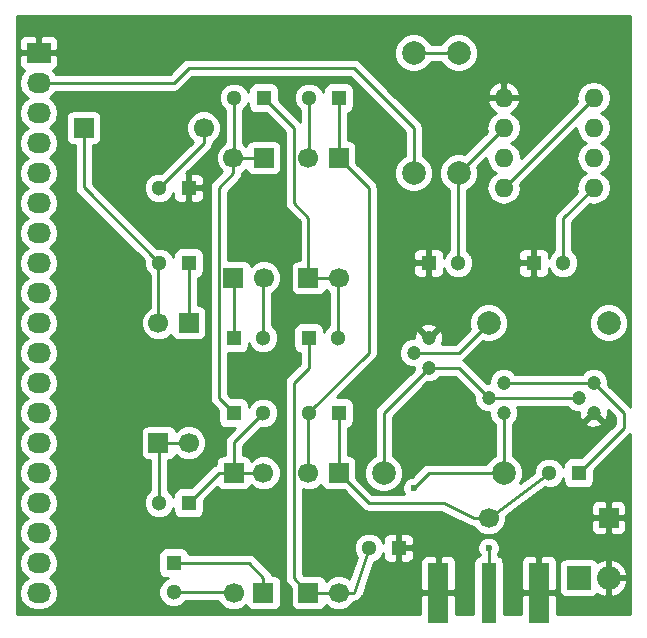
<source format=gtl>
G04 #@! TF.FileFunction,Copper,L1,Top,Signal*
%FSLAX46Y46*%
G04 Gerber Fmt 4.6, Leading zero omitted, Abs format (unit mm)*
G04 Created by KiCad (PCBNEW 4.0.4+e1-6308~48~ubuntu16.04.1-stable) date Mon Oct 24 14:34:27 2016*
%MOMM*%
%LPD*%
G01*
G04 APERTURE LIST*
%ADD10C,0.100000*%
%ADD11R,1.778000X5.080000*%
%ADD12R,1.270000X5.080000*%
%ADD13R,2.032000X2.032000*%
%ADD14O,2.032000X2.032000*%
%ADD15R,2.032000X1.727200*%
%ADD16O,2.032000X1.727200*%
%ADD17R,1.300000X1.300000*%
%ADD18C,1.300000*%
%ADD19O,1.600000X1.600000*%
%ADD20C,1.699260*%
%ADD21R,1.699260X1.699260*%
%ADD22C,1.998980*%
%ADD23C,1.200000*%
%ADD24C,0.600000*%
%ADD25C,0.250000*%
%ADD26C,0.254000*%
G04 APERTURE END LIST*
D10*
D11*
X107505500Y-81280000D03*
X116014500Y-81280000D03*
D12*
X111760000Y-81280000D03*
D13*
X119380000Y-80010000D03*
D14*
X121920000Y-80010000D03*
D15*
X73660000Y-35560000D03*
D16*
X73660000Y-38100000D03*
X73660000Y-40640000D03*
X73660000Y-43180000D03*
X73660000Y-45720000D03*
X73660000Y-48260000D03*
X73660000Y-50800000D03*
X73660000Y-53340000D03*
X73660000Y-55880000D03*
X73660000Y-58420000D03*
X73660000Y-60960000D03*
X73660000Y-63500000D03*
X73660000Y-66040000D03*
X73660000Y-68580000D03*
X73660000Y-71120000D03*
X73660000Y-73660000D03*
X73660000Y-76200000D03*
X73660000Y-78740000D03*
X73660000Y-81280000D03*
D17*
X106680000Y-53340000D03*
D18*
X109180000Y-53340000D03*
D17*
X115570000Y-53340000D03*
D18*
X118070000Y-53340000D03*
D17*
X119380000Y-71120000D03*
D18*
X116880000Y-71120000D03*
D17*
X104140000Y-77470000D03*
D18*
X101640000Y-77470000D03*
D17*
X99060000Y-66040000D03*
D18*
X96560000Y-66040000D03*
D17*
X96520000Y-59690000D03*
D18*
X99020000Y-59690000D03*
D17*
X99060000Y-39370000D03*
D18*
X96560000Y-39370000D03*
D17*
X92710000Y-39370000D03*
D18*
X90210000Y-39370000D03*
D17*
X90170000Y-59690000D03*
D18*
X92670000Y-59690000D03*
D17*
X90170000Y-66040000D03*
D18*
X92670000Y-66040000D03*
D17*
X85090000Y-78740000D03*
D18*
X85090000Y-81240000D03*
D17*
X86360000Y-73660000D03*
D18*
X83860000Y-73660000D03*
D17*
X86360000Y-53340000D03*
D18*
X83860000Y-53340000D03*
D17*
X86360000Y-46990000D03*
D18*
X83860000Y-46990000D03*
D19*
X113030000Y-39370000D03*
X113030000Y-41910000D03*
X113030000Y-44450000D03*
X113030000Y-46990000D03*
X120650000Y-46990000D03*
X120650000Y-44450000D03*
X120650000Y-41910000D03*
X120650000Y-39370000D03*
D20*
X111759480Y-74932540D03*
D21*
X121919480Y-74932540D03*
D20*
X99062540Y-81280520D03*
D21*
X99062540Y-71120520D03*
D20*
X96517460Y-71119480D03*
D21*
X96517460Y-81279480D03*
D20*
X99062540Y-54610520D03*
D21*
X99062540Y-44450520D03*
D20*
X96517460Y-44449480D03*
D21*
X96517460Y-54609480D03*
D20*
X90167460Y-44449480D03*
D21*
X90167460Y-54609480D03*
D20*
X92712540Y-54610520D03*
D21*
X92712540Y-44450520D03*
D20*
X92707460Y-71119480D03*
D21*
X92707460Y-81279480D03*
D20*
X90172540Y-81280520D03*
D21*
X90172540Y-71120520D03*
D20*
X86362540Y-68580520D03*
D21*
X86362540Y-58420520D03*
D20*
X83817460Y-58419480D03*
D21*
X83817460Y-68579480D03*
D20*
X87630520Y-41907460D03*
D21*
X77470520Y-41907460D03*
D22*
X105410000Y-35560000D03*
X105410000Y-45720000D03*
X109220000Y-35560000D03*
X109220000Y-45720000D03*
X111760000Y-58420000D03*
X121920000Y-58420000D03*
X113030000Y-71120000D03*
X102870000Y-71120000D03*
D23*
X106680000Y-59690000D03*
X105410000Y-60960000D03*
X106680000Y-62230000D03*
X120650000Y-63500000D03*
X119380000Y-64770000D03*
X120650000Y-66040000D03*
X113030000Y-63500000D03*
X111760000Y-64770000D03*
X113030000Y-66040000D03*
D24*
X111760000Y-77470000D03*
X105410000Y-72390000D03*
D25*
X118070000Y-53340000D02*
X118070000Y-49570000D01*
X118070000Y-49570000D02*
X120650000Y-46990000D01*
X109180000Y-53340000D02*
X109180000Y-45760000D01*
X109180000Y-45760000D02*
X109220000Y-45720000D01*
X109220000Y-45720000D02*
X113030000Y-41910000D01*
X99062540Y-71120520D02*
X99062540Y-66042540D01*
X99062540Y-66042540D02*
X99060000Y-66040000D01*
X111759480Y-74932540D02*
X110490000Y-74930000D01*
X101602020Y-73660000D02*
X99062540Y-71120520D01*
X107950000Y-73660000D02*
X101602020Y-73660000D01*
X110490000Y-74930000D02*
X107950000Y-73660000D01*
X111759480Y-74932540D02*
X111797460Y-74932540D01*
X111797460Y-74932540D02*
X116880000Y-71120000D01*
X120650000Y-63500000D02*
X123190000Y-66040000D01*
X123190000Y-67310000D02*
X119380000Y-71120000D01*
X123190000Y-66040000D02*
X123190000Y-67310000D01*
X113030000Y-63500000D02*
X120650000Y-63500000D01*
X96520000Y-59690000D02*
X96520000Y-62230000D01*
X95250000Y-80012020D02*
X96517460Y-81279480D01*
X95250000Y-63500000D02*
X95250000Y-80012020D01*
X96520000Y-62230000D02*
X95250000Y-63500000D01*
X96517460Y-81279480D02*
X99061500Y-81279480D01*
X99061500Y-81279480D02*
X99062540Y-81280520D01*
X99062540Y-81280520D02*
X100369480Y-81280520D01*
X100369480Y-81280520D02*
X101640000Y-77470000D01*
X99062540Y-44450520D02*
X99062540Y-39372540D01*
X99062540Y-39372540D02*
X99060000Y-39370000D01*
X96560000Y-66040000D02*
X96560000Y-66000000D01*
X96560000Y-66000000D02*
X101600000Y-60960000D01*
X101600000Y-46990000D02*
X99062540Y-44452540D01*
X101600000Y-60960000D02*
X101600000Y-46990000D01*
X99062540Y-44452540D02*
X99062540Y-44450520D01*
X96517460Y-71119480D02*
X96517460Y-66082540D01*
X96517460Y-66082540D02*
X96560000Y-66040000D01*
X96517460Y-54609480D02*
X96517460Y-49527460D01*
X95250000Y-41910000D02*
X92710000Y-39370000D01*
X95250000Y-48260000D02*
X95250000Y-41910000D01*
X96517460Y-49527460D02*
X95250000Y-48260000D01*
X99062540Y-54610520D02*
X96518500Y-54610520D01*
X96518500Y-54610520D02*
X96517460Y-54609480D01*
X99020000Y-59690000D02*
X99020000Y-54653060D01*
X99020000Y-54653060D02*
X99062540Y-54610520D01*
X90170000Y-59690000D02*
X90170000Y-54612020D01*
X90170000Y-54612020D02*
X90167460Y-54609480D01*
X96560000Y-39370000D02*
X96560000Y-44406940D01*
X96560000Y-44406940D02*
X96517460Y-44449480D01*
X90167460Y-44449480D02*
X90167460Y-45722540D01*
X88900000Y-64770000D02*
X90170000Y-66040000D01*
X88900000Y-46990000D02*
X88900000Y-64770000D01*
X90167460Y-45722540D02*
X88900000Y-46990000D01*
X90167460Y-44449480D02*
X92711500Y-44449480D01*
X92711500Y-44449480D02*
X92712540Y-44450520D01*
X90210000Y-39370000D02*
X90210000Y-44406940D01*
X90210000Y-44406940D02*
X90167460Y-44449480D01*
X85090000Y-78740000D02*
X91440000Y-78740000D01*
X92707460Y-80007460D02*
X92707460Y-81279480D01*
X91440000Y-78740000D02*
X92707460Y-80007460D01*
X92670000Y-59690000D02*
X92670000Y-54653060D01*
X92670000Y-54653060D02*
X92712540Y-54610520D01*
X90172540Y-71120520D02*
X88899480Y-71120520D01*
X88899480Y-71120520D02*
X86360000Y-73660000D01*
X90172540Y-71120520D02*
X92706420Y-71120520D01*
X92706420Y-71120520D02*
X92707460Y-71119480D01*
X90172540Y-71120520D02*
X90172540Y-68537460D01*
X90172540Y-68537460D02*
X92670000Y-66040000D01*
X86362540Y-58420520D02*
X86362540Y-53342540D01*
X86362540Y-53342540D02*
X86360000Y-53340000D01*
X85090000Y-81240000D02*
X90132020Y-81240000D01*
X90132020Y-81240000D02*
X90172540Y-81280520D01*
X83817460Y-68579480D02*
X86361500Y-68579480D01*
X86361500Y-68579480D02*
X86362540Y-68580520D01*
X83860000Y-73660000D02*
X83860000Y-68622020D01*
X83860000Y-68622020D02*
X83817460Y-68579480D01*
X77470520Y-41907460D02*
X77470520Y-46950520D01*
X77470520Y-46950520D02*
X83860000Y-53340000D01*
X83817460Y-58419480D02*
X83817460Y-53382540D01*
X83817460Y-53382540D02*
X83860000Y-53340000D01*
X111760000Y-77470000D02*
X111760000Y-81280000D01*
X87630520Y-41907460D02*
X87630520Y-43219480D01*
X87630520Y-43219480D02*
X83860000Y-46990000D01*
X73660000Y-38100000D02*
X85090000Y-38100000D01*
X105410000Y-41910000D02*
X105410000Y-45720000D01*
X100330000Y-36830000D02*
X105410000Y-41910000D01*
X86360000Y-36830000D02*
X100330000Y-36830000D01*
X85090000Y-38100000D02*
X86360000Y-36830000D01*
X113030000Y-46990000D02*
X120650000Y-39370000D01*
X113030000Y-71120000D02*
X106680000Y-71120000D01*
X106680000Y-71120000D02*
X105410000Y-72390000D01*
X113030000Y-71120000D02*
X113030000Y-66040000D01*
X105410000Y-60960000D02*
X109220000Y-60960000D01*
X109220000Y-60960000D02*
X111760000Y-58420000D01*
X105410000Y-35560000D02*
X109220000Y-35560000D01*
X111760000Y-64770000D02*
X119380000Y-64770000D01*
X106680000Y-62230000D02*
X109220000Y-62230000D01*
X109220000Y-62230000D02*
X111760000Y-64770000D01*
X102870000Y-71120000D02*
X102870000Y-66040000D01*
X102870000Y-66040000D02*
X106680000Y-62230000D01*
D26*
G36*
X123750000Y-65536421D02*
X123727401Y-65502599D01*
X121884861Y-63660059D01*
X121885214Y-63255421D01*
X121697592Y-62801343D01*
X121350485Y-62453629D01*
X120896734Y-62265215D01*
X120405421Y-62264786D01*
X119951343Y-62452408D01*
X119663248Y-62740000D01*
X114016356Y-62740000D01*
X113730485Y-62453629D01*
X113276734Y-62265215D01*
X112785421Y-62264786D01*
X112331343Y-62452408D01*
X111983629Y-62799515D01*
X111795215Y-63253266D01*
X111794969Y-63535030D01*
X111599662Y-63534860D01*
X109757401Y-61692599D01*
X109611333Y-61595000D01*
X109757401Y-61497401D01*
X111268917Y-59985885D01*
X111433453Y-60054206D01*
X112083694Y-60054774D01*
X112684655Y-59806462D01*
X113144846Y-59347073D01*
X113394206Y-58746547D01*
X113394208Y-58743694D01*
X120285226Y-58743694D01*
X120533538Y-59344655D01*
X120992927Y-59804846D01*
X121593453Y-60054206D01*
X122243694Y-60054774D01*
X122844655Y-59806462D01*
X123304846Y-59347073D01*
X123554206Y-58746547D01*
X123554774Y-58096306D01*
X123306462Y-57495345D01*
X122847073Y-57035154D01*
X122246547Y-56785794D01*
X121596306Y-56785226D01*
X120995345Y-57033538D01*
X120535154Y-57492927D01*
X120285794Y-58093453D01*
X120285226Y-58743694D01*
X113394208Y-58743694D01*
X113394774Y-58096306D01*
X113146462Y-57495345D01*
X112687073Y-57035154D01*
X112086547Y-56785794D01*
X111436306Y-56785226D01*
X110835345Y-57033538D01*
X110375154Y-57492927D01*
X110125794Y-58093453D01*
X110125226Y-58743694D01*
X110194309Y-58910889D01*
X108905198Y-60200000D01*
X107810636Y-60200000D01*
X107927807Y-59858964D01*
X107897482Y-59368587D01*
X107768164Y-59056383D01*
X107542735Y-59006870D01*
X106859605Y-59690000D01*
X106873748Y-59704143D01*
X106694143Y-59883748D01*
X106680000Y-59869605D01*
X106665858Y-59883748D01*
X106486253Y-59704143D01*
X106500395Y-59690000D01*
X105817265Y-59006870D01*
X105591836Y-59056383D01*
X105432193Y-59521036D01*
X105444808Y-59725030D01*
X105165421Y-59724786D01*
X104711343Y-59912408D01*
X104363629Y-60259515D01*
X104175215Y-60713266D01*
X104174786Y-61204579D01*
X104362408Y-61658657D01*
X104709515Y-62006371D01*
X105163266Y-62194785D01*
X105445030Y-62195031D01*
X105444860Y-62390338D01*
X102332599Y-65502599D01*
X102167852Y-65749161D01*
X102110000Y-66040000D01*
X102110000Y-69665504D01*
X101945345Y-69733538D01*
X101485154Y-70192927D01*
X101235794Y-70793453D01*
X101235226Y-71443694D01*
X101483538Y-72044655D01*
X101942927Y-72504846D01*
X102543453Y-72754206D01*
X103193694Y-72754774D01*
X103794655Y-72506462D01*
X104254846Y-72047073D01*
X104504206Y-71446547D01*
X104504774Y-70796306D01*
X104256462Y-70195345D01*
X103797073Y-69735154D01*
X103630000Y-69665779D01*
X103630000Y-66354802D01*
X106519941Y-63464861D01*
X106924579Y-63465214D01*
X107378657Y-63277592D01*
X107666752Y-62990000D01*
X108905198Y-62990000D01*
X110525139Y-64609941D01*
X110524786Y-65014579D01*
X110712408Y-65468657D01*
X111059515Y-65816371D01*
X111513266Y-66004785D01*
X111795030Y-66005031D01*
X111794786Y-66284579D01*
X111982408Y-66738657D01*
X112270000Y-67026752D01*
X112270000Y-69665504D01*
X112105345Y-69733538D01*
X111645154Y-70192927D01*
X111575779Y-70360000D01*
X106680000Y-70360000D01*
X106389160Y-70417852D01*
X106142599Y-70582599D01*
X105270320Y-71454878D01*
X105224833Y-71454838D01*
X104881057Y-71596883D01*
X104617808Y-71859673D01*
X104475162Y-72203201D01*
X104474838Y-72575167D01*
X104609056Y-72900000D01*
X101916822Y-72900000D01*
X100559610Y-71542788D01*
X100559610Y-70270890D01*
X100515332Y-70035573D01*
X100376260Y-69819449D01*
X100164060Y-69674459D01*
X99912170Y-69623450D01*
X99822540Y-69623450D01*
X99822540Y-67316264D01*
X99945317Y-67293162D01*
X100161441Y-67154090D01*
X100306431Y-66941890D01*
X100357440Y-66690000D01*
X100357440Y-65390000D01*
X100313162Y-65154683D01*
X100174090Y-64938559D01*
X99961890Y-64793569D01*
X99710000Y-64742560D01*
X98892242Y-64742560D01*
X102137401Y-61497401D01*
X102302148Y-61250840D01*
X102360000Y-60960000D01*
X102360000Y-58827265D01*
X105996870Y-58827265D01*
X106680000Y-59510395D01*
X107363130Y-58827265D01*
X107313617Y-58601836D01*
X106848964Y-58442193D01*
X106358587Y-58472518D01*
X106046383Y-58601836D01*
X105996870Y-58827265D01*
X102360000Y-58827265D01*
X102360000Y-53625750D01*
X105395000Y-53625750D01*
X105395000Y-54116310D01*
X105491673Y-54349699D01*
X105670302Y-54528327D01*
X105903691Y-54625000D01*
X106394250Y-54625000D01*
X106553000Y-54466250D01*
X106553000Y-53467000D01*
X105553750Y-53467000D01*
X105395000Y-53625750D01*
X102360000Y-53625750D01*
X102360000Y-52563690D01*
X105395000Y-52563690D01*
X105395000Y-53054250D01*
X105553750Y-53213000D01*
X106553000Y-53213000D01*
X106553000Y-52213750D01*
X106807000Y-52213750D01*
X106807000Y-53213000D01*
X106827000Y-53213000D01*
X106827000Y-53467000D01*
X106807000Y-53467000D01*
X106807000Y-54466250D01*
X106965750Y-54625000D01*
X107456309Y-54625000D01*
X107689698Y-54528327D01*
X107868327Y-54349699D01*
X107965000Y-54116310D01*
X107965000Y-53764433D01*
X108089995Y-54066943D01*
X108451155Y-54428735D01*
X108923276Y-54624777D01*
X109434481Y-54625223D01*
X109906943Y-54430005D01*
X110268735Y-54068845D01*
X110452724Y-53625750D01*
X114285000Y-53625750D01*
X114285000Y-54116310D01*
X114381673Y-54349699D01*
X114560302Y-54528327D01*
X114793691Y-54625000D01*
X115284250Y-54625000D01*
X115443000Y-54466250D01*
X115443000Y-53467000D01*
X114443750Y-53467000D01*
X114285000Y-53625750D01*
X110452724Y-53625750D01*
X110464777Y-53596724D01*
X110465223Y-53085519D01*
X110270005Y-52613057D01*
X110220725Y-52563690D01*
X114285000Y-52563690D01*
X114285000Y-53054250D01*
X114443750Y-53213000D01*
X115443000Y-53213000D01*
X115443000Y-52213750D01*
X115284250Y-52055000D01*
X114793691Y-52055000D01*
X114560302Y-52151673D01*
X114381673Y-52330301D01*
X114285000Y-52563690D01*
X110220725Y-52563690D01*
X109940000Y-52282475D01*
X109940000Y-47191024D01*
X110144655Y-47106462D01*
X110604846Y-46647073D01*
X110854206Y-46046547D01*
X110854774Y-45396306D01*
X110785691Y-45229111D01*
X111567405Y-44447397D01*
X111566887Y-44450000D01*
X111676120Y-44999151D01*
X111987189Y-45464698D01*
X112369275Y-45720000D01*
X111987189Y-45975302D01*
X111676120Y-46440849D01*
X111566887Y-46990000D01*
X111676120Y-47539151D01*
X111987189Y-48004698D01*
X112452736Y-48315767D01*
X113001887Y-48425000D01*
X113058113Y-48425000D01*
X113607264Y-48315767D01*
X114072811Y-48004698D01*
X114383880Y-47539151D01*
X114493113Y-46990000D01*
X114428688Y-46666114D01*
X119187405Y-41907397D01*
X119186887Y-41910000D01*
X119296120Y-42459151D01*
X119607189Y-42924698D01*
X119989275Y-43180000D01*
X119607189Y-43435302D01*
X119296120Y-43900849D01*
X119186887Y-44450000D01*
X119296120Y-44999151D01*
X119607189Y-45464698D01*
X119989275Y-45720000D01*
X119607189Y-45975302D01*
X119296120Y-46440849D01*
X119186887Y-46990000D01*
X119251312Y-47313886D01*
X117532599Y-49032599D01*
X117367852Y-49279161D01*
X117310000Y-49570000D01*
X117310000Y-52282994D01*
X116981265Y-52611155D01*
X116855000Y-52915235D01*
X116855000Y-52563690D01*
X116758327Y-52330301D01*
X116579698Y-52151673D01*
X116346309Y-52055000D01*
X115855750Y-52055000D01*
X115697000Y-52213750D01*
X115697000Y-53213000D01*
X115717000Y-53213000D01*
X115717000Y-53467000D01*
X115697000Y-53467000D01*
X115697000Y-54466250D01*
X115855750Y-54625000D01*
X116346309Y-54625000D01*
X116579698Y-54528327D01*
X116758327Y-54349699D01*
X116855000Y-54116310D01*
X116855000Y-53764433D01*
X116979995Y-54066943D01*
X117341155Y-54428735D01*
X117813276Y-54624777D01*
X118324481Y-54625223D01*
X118796943Y-54430005D01*
X119158735Y-54068845D01*
X119354777Y-53596724D01*
X119355223Y-53085519D01*
X119160005Y-52613057D01*
X118830000Y-52282475D01*
X118830000Y-49884802D01*
X120344898Y-48369904D01*
X120621887Y-48425000D01*
X120678113Y-48425000D01*
X121227264Y-48315767D01*
X121692811Y-48004698D01*
X122003880Y-47539151D01*
X122113113Y-46990000D01*
X122003880Y-46440849D01*
X121692811Y-45975302D01*
X121310725Y-45720000D01*
X121692811Y-45464698D01*
X122003880Y-44999151D01*
X122113113Y-44450000D01*
X122003880Y-43900849D01*
X121692811Y-43435302D01*
X121310725Y-43180000D01*
X121692811Y-42924698D01*
X122003880Y-42459151D01*
X122113113Y-41910000D01*
X122003880Y-41360849D01*
X121692811Y-40895302D01*
X121310725Y-40640000D01*
X121692811Y-40384698D01*
X122003880Y-39919151D01*
X122113113Y-39370000D01*
X122003880Y-38820849D01*
X121692811Y-38355302D01*
X121227264Y-38044233D01*
X120678113Y-37935000D01*
X120621887Y-37935000D01*
X120072736Y-38044233D01*
X119607189Y-38355302D01*
X119296120Y-38820849D01*
X119186887Y-39370000D01*
X119251312Y-39693886D01*
X114492595Y-44452603D01*
X114493113Y-44450000D01*
X114383880Y-43900849D01*
X114072811Y-43435302D01*
X113690725Y-43180000D01*
X114072811Y-42924698D01*
X114383880Y-42459151D01*
X114493113Y-41910000D01*
X114383880Y-41360849D01*
X114072811Y-40895302D01*
X113668297Y-40625014D01*
X113885134Y-40522389D01*
X114261041Y-40107423D01*
X114421904Y-39719039D01*
X114299915Y-39497000D01*
X113157000Y-39497000D01*
X113157000Y-39517000D01*
X112903000Y-39517000D01*
X112903000Y-39497000D01*
X111760085Y-39497000D01*
X111638096Y-39719039D01*
X111798959Y-40107423D01*
X112174866Y-40522389D01*
X112391703Y-40625014D01*
X111987189Y-40895302D01*
X111676120Y-41360849D01*
X111566887Y-41910000D01*
X111631312Y-42233886D01*
X109711083Y-44154115D01*
X109546547Y-44085794D01*
X108896306Y-44085226D01*
X108295345Y-44333538D01*
X107835154Y-44792927D01*
X107585794Y-45393453D01*
X107585226Y-46043694D01*
X107833538Y-46644655D01*
X108292927Y-47104846D01*
X108420000Y-47157611D01*
X108420000Y-52282994D01*
X108091265Y-52611155D01*
X107965000Y-52915235D01*
X107965000Y-52563690D01*
X107868327Y-52330301D01*
X107689698Y-52151673D01*
X107456309Y-52055000D01*
X106965750Y-52055000D01*
X106807000Y-52213750D01*
X106553000Y-52213750D01*
X106394250Y-52055000D01*
X105903691Y-52055000D01*
X105670302Y-52151673D01*
X105491673Y-52330301D01*
X105395000Y-52563690D01*
X102360000Y-52563690D01*
X102360000Y-46990000D01*
X102334738Y-46863000D01*
X102302148Y-46699160D01*
X102137401Y-46452599D01*
X100559610Y-44874808D01*
X100559610Y-43600890D01*
X100515332Y-43365573D01*
X100376260Y-43149449D01*
X100164060Y-43004459D01*
X99912170Y-42953450D01*
X99822540Y-42953450D01*
X99822540Y-40646264D01*
X99945317Y-40623162D01*
X100161441Y-40484090D01*
X100306431Y-40271890D01*
X100357440Y-40020000D01*
X100357440Y-38720000D01*
X100313162Y-38484683D01*
X100174090Y-38268559D01*
X99961890Y-38123569D01*
X99710000Y-38072560D01*
X98410000Y-38072560D01*
X98174683Y-38116838D01*
X97958559Y-38255910D01*
X97813569Y-38468110D01*
X97762560Y-38720000D01*
X97762560Y-38915460D01*
X97650005Y-38643057D01*
X97288845Y-38281265D01*
X96816724Y-38085223D01*
X96305519Y-38084777D01*
X95833057Y-38279995D01*
X95471265Y-38641155D01*
X95275223Y-39113276D01*
X95274777Y-39624481D01*
X95469995Y-40096943D01*
X95800000Y-40427525D01*
X95800000Y-41391455D01*
X95787401Y-41372599D01*
X94007440Y-39592638D01*
X94007440Y-38720000D01*
X93963162Y-38484683D01*
X93824090Y-38268559D01*
X93611890Y-38123569D01*
X93360000Y-38072560D01*
X92060000Y-38072560D01*
X91824683Y-38116838D01*
X91608559Y-38255910D01*
X91463569Y-38468110D01*
X91412560Y-38720000D01*
X91412560Y-38915460D01*
X91300005Y-38643057D01*
X90938845Y-38281265D01*
X90466724Y-38085223D01*
X89955519Y-38084777D01*
X89483057Y-38279995D01*
X89121265Y-38641155D01*
X88925223Y-39113276D01*
X88924777Y-39624481D01*
X89119995Y-40096943D01*
X89450000Y-40427525D01*
X89450000Y-43139556D01*
X89327583Y-43190138D01*
X88909586Y-43607406D01*
X88683088Y-44152873D01*
X88682572Y-44743496D01*
X88908118Y-45289357D01*
X89216710Y-45598488D01*
X88362599Y-46452599D01*
X88197852Y-46699161D01*
X88140000Y-46990000D01*
X88140000Y-64770000D01*
X88197852Y-65060839D01*
X88362599Y-65307401D01*
X88872560Y-65817362D01*
X88872560Y-66690000D01*
X88916838Y-66925317D01*
X89055910Y-67141441D01*
X89268110Y-67286431D01*
X89520000Y-67337440D01*
X90297758Y-67337440D01*
X89635139Y-68000059D01*
X89470392Y-68246621D01*
X89412540Y-68537460D01*
X89412540Y-69623450D01*
X89322910Y-69623450D01*
X89087593Y-69667728D01*
X88871469Y-69806800D01*
X88726479Y-70019000D01*
X88675470Y-70270890D01*
X88675470Y-70405079D01*
X88608641Y-70418372D01*
X88362079Y-70583119D01*
X86582638Y-72362560D01*
X85710000Y-72362560D01*
X85474683Y-72406838D01*
X85258559Y-72545910D01*
X85113569Y-72758110D01*
X85062560Y-73010000D01*
X85062560Y-73205460D01*
X84950005Y-72933057D01*
X84620000Y-72602475D01*
X84620000Y-70076550D01*
X84667090Y-70076550D01*
X84902407Y-70032272D01*
X85118531Y-69893200D01*
X85263521Y-69681000D01*
X85280356Y-69597865D01*
X85520466Y-69838394D01*
X86065933Y-70064892D01*
X86656556Y-70065408D01*
X87202417Y-69839862D01*
X87620414Y-69422594D01*
X87846912Y-68877127D01*
X87847428Y-68286504D01*
X87621882Y-67740643D01*
X87204614Y-67322646D01*
X86659147Y-67096148D01*
X86068524Y-67095632D01*
X85522663Y-67321178D01*
X85282705Y-67560717D01*
X85270252Y-67494533D01*
X85131180Y-67278409D01*
X84918980Y-67133419D01*
X84667090Y-67082410D01*
X82967830Y-67082410D01*
X82732513Y-67126688D01*
X82516389Y-67265760D01*
X82371399Y-67477960D01*
X82320390Y-67729850D01*
X82320390Y-69429110D01*
X82364668Y-69664427D01*
X82503740Y-69880551D01*
X82715940Y-70025541D01*
X82967830Y-70076550D01*
X83100000Y-70076550D01*
X83100000Y-72602994D01*
X82771265Y-72931155D01*
X82575223Y-73403276D01*
X82574777Y-73914481D01*
X82769995Y-74386943D01*
X83131155Y-74748735D01*
X83603276Y-74944777D01*
X84114481Y-74945223D01*
X84586943Y-74750005D01*
X84948735Y-74388845D01*
X85062560Y-74114724D01*
X85062560Y-74310000D01*
X85106838Y-74545317D01*
X85245910Y-74761441D01*
X85458110Y-74906431D01*
X85710000Y-74957440D01*
X87010000Y-74957440D01*
X87245317Y-74913162D01*
X87461441Y-74774090D01*
X87606431Y-74561890D01*
X87657440Y-74310000D01*
X87657440Y-73437362D01*
X88786147Y-72308655D01*
X88858820Y-72421591D01*
X89071020Y-72566581D01*
X89322910Y-72617590D01*
X91022170Y-72617590D01*
X91257487Y-72573312D01*
X91473611Y-72434240D01*
X91618601Y-72222040D01*
X91634073Y-72145637D01*
X91865386Y-72377354D01*
X92410853Y-72603852D01*
X93001476Y-72604368D01*
X93547337Y-72378822D01*
X93965334Y-71961554D01*
X94191832Y-71416087D01*
X94192348Y-70825464D01*
X93966802Y-70279603D01*
X93549534Y-69861606D01*
X93004067Y-69635108D01*
X92413444Y-69634592D01*
X91867583Y-69860138D01*
X91635849Y-70091468D01*
X91625332Y-70035573D01*
X91486260Y-69819449D01*
X91274060Y-69674459D01*
X91022170Y-69623450D01*
X90932540Y-69623450D01*
X90932540Y-68852262D01*
X92459984Y-67324818D01*
X92924481Y-67325223D01*
X93396943Y-67130005D01*
X93758735Y-66768845D01*
X93954777Y-66296724D01*
X93955223Y-65785519D01*
X93760005Y-65313057D01*
X93398845Y-64951265D01*
X92926724Y-64755223D01*
X92415519Y-64754777D01*
X91943057Y-64949995D01*
X91581265Y-65311155D01*
X91467440Y-65585276D01*
X91467440Y-65390000D01*
X91423162Y-65154683D01*
X91284090Y-64938559D01*
X91071890Y-64793569D01*
X90820000Y-64742560D01*
X89947362Y-64742560D01*
X89660000Y-64455198D01*
X89660000Y-60987440D01*
X90820000Y-60987440D01*
X91055317Y-60943162D01*
X91271441Y-60804090D01*
X91416431Y-60591890D01*
X91467440Y-60340000D01*
X91467440Y-60144540D01*
X91579995Y-60416943D01*
X91941155Y-60778735D01*
X92413276Y-60974777D01*
X92924481Y-60975223D01*
X93396943Y-60780005D01*
X93758735Y-60418845D01*
X93954777Y-59946724D01*
X93955223Y-59435519D01*
X93760005Y-58963057D01*
X93430000Y-58632475D01*
X93430000Y-55920444D01*
X93552417Y-55869862D01*
X93970414Y-55452594D01*
X94196912Y-54907127D01*
X94197428Y-54316504D01*
X93971882Y-53770643D01*
X93554614Y-53352646D01*
X93009147Y-53126148D01*
X92418524Y-53125632D01*
X91872663Y-53351178D01*
X91632705Y-53590717D01*
X91620252Y-53524533D01*
X91481180Y-53308409D01*
X91268980Y-53163419D01*
X91017090Y-53112410D01*
X89660000Y-53112410D01*
X89660000Y-47304802D01*
X90704861Y-46259941D01*
X90869608Y-46013379D01*
X90923280Y-45743554D01*
X91007337Y-45708822D01*
X91247295Y-45469283D01*
X91259748Y-45535467D01*
X91398820Y-45751591D01*
X91611020Y-45896581D01*
X91862910Y-45947590D01*
X93562170Y-45947590D01*
X93797487Y-45903312D01*
X94013611Y-45764240D01*
X94158601Y-45552040D01*
X94209610Y-45300150D01*
X94209610Y-43600890D01*
X94165332Y-43365573D01*
X94026260Y-43149449D01*
X93814060Y-43004459D01*
X93562170Y-42953450D01*
X91862910Y-42953450D01*
X91627593Y-42997728D01*
X91411469Y-43136800D01*
X91266479Y-43349000D01*
X91249644Y-43432135D01*
X91009534Y-43191606D01*
X90970000Y-43175190D01*
X90970000Y-40427006D01*
X91298735Y-40098845D01*
X91412560Y-39824724D01*
X91412560Y-40020000D01*
X91456838Y-40255317D01*
X91595910Y-40471441D01*
X91808110Y-40616431D01*
X92060000Y-40667440D01*
X92932638Y-40667440D01*
X94490000Y-42224802D01*
X94490000Y-48260000D01*
X94547852Y-48550839D01*
X94712599Y-48797401D01*
X95757460Y-49842262D01*
X95757460Y-53112410D01*
X95667830Y-53112410D01*
X95432513Y-53156688D01*
X95216389Y-53295760D01*
X95071399Y-53507960D01*
X95020390Y-53759850D01*
X95020390Y-55459110D01*
X95064668Y-55694427D01*
X95203740Y-55910551D01*
X95415940Y-56055541D01*
X95667830Y-56106550D01*
X97367090Y-56106550D01*
X97602407Y-56062272D01*
X97818531Y-55923200D01*
X97963521Y-55711000D01*
X97980356Y-55627865D01*
X98220466Y-55868394D01*
X98260000Y-55884810D01*
X98260000Y-58632994D01*
X97931265Y-58961155D01*
X97817440Y-59235276D01*
X97817440Y-59040000D01*
X97773162Y-58804683D01*
X97634090Y-58588559D01*
X97421890Y-58443569D01*
X97170000Y-58392560D01*
X95870000Y-58392560D01*
X95634683Y-58436838D01*
X95418559Y-58575910D01*
X95273569Y-58788110D01*
X95222560Y-59040000D01*
X95222560Y-60340000D01*
X95266838Y-60575317D01*
X95405910Y-60791441D01*
X95618110Y-60936431D01*
X95760000Y-60965164D01*
X95760000Y-61915198D01*
X94712599Y-62962599D01*
X94547852Y-63209161D01*
X94490000Y-63500000D01*
X94490000Y-80012020D01*
X94547852Y-80302859D01*
X94712599Y-80549421D01*
X95020390Y-80857212D01*
X95020390Y-82129110D01*
X95064668Y-82364427D01*
X95203740Y-82580551D01*
X95415940Y-82725541D01*
X95667830Y-82776550D01*
X97367090Y-82776550D01*
X97602407Y-82732272D01*
X97818531Y-82593200D01*
X97963521Y-82381000D01*
X97980356Y-82297865D01*
X98220466Y-82538394D01*
X98765933Y-82764892D01*
X99356556Y-82765408D01*
X99902417Y-82539862D01*
X100320414Y-82122594D01*
X100354494Y-82040520D01*
X100369480Y-82040520D01*
X100396233Y-82035199D01*
X100423293Y-82038612D01*
X100540812Y-82006440D01*
X100660319Y-81982668D01*
X100682998Y-81967514D01*
X100709307Y-81960312D01*
X100805571Y-81885614D01*
X100906881Y-81817921D01*
X100922035Y-81795241D01*
X100943584Y-81778520D01*
X101003937Y-81672666D01*
X101071628Y-81571359D01*
X101076949Y-81544609D01*
X101090460Y-81520912D01*
X102031483Y-78698615D01*
X102366943Y-78560005D01*
X102728735Y-78198845D01*
X102855000Y-77894765D01*
X102855000Y-78246310D01*
X102951673Y-78479699D01*
X103130302Y-78658327D01*
X103363691Y-78755000D01*
X103854250Y-78755000D01*
X104013000Y-78596250D01*
X104013000Y-77597000D01*
X104267000Y-77597000D01*
X104267000Y-78596250D01*
X104425750Y-78755000D01*
X104916309Y-78755000D01*
X105149698Y-78658327D01*
X105194335Y-78613690D01*
X105981500Y-78613690D01*
X105981500Y-80994250D01*
X106140250Y-81153000D01*
X107378500Y-81153000D01*
X107378500Y-78263750D01*
X107632500Y-78263750D01*
X107632500Y-81153000D01*
X108870750Y-81153000D01*
X109029500Y-80994250D01*
X109029500Y-78613690D01*
X108932827Y-78380301D01*
X108754198Y-78201673D01*
X108520809Y-78105000D01*
X107791250Y-78105000D01*
X107632500Y-78263750D01*
X107378500Y-78263750D01*
X107219750Y-78105000D01*
X106490191Y-78105000D01*
X106256802Y-78201673D01*
X106078173Y-78380301D01*
X105981500Y-78613690D01*
X105194335Y-78613690D01*
X105328327Y-78479699D01*
X105425000Y-78246310D01*
X105425000Y-77755750D01*
X105266250Y-77597000D01*
X104267000Y-77597000D01*
X104013000Y-77597000D01*
X103993000Y-77597000D01*
X103993000Y-77343000D01*
X104013000Y-77343000D01*
X104013000Y-76343750D01*
X104267000Y-76343750D01*
X104267000Y-77343000D01*
X105266250Y-77343000D01*
X105425000Y-77184250D01*
X105425000Y-76693690D01*
X105328327Y-76460301D01*
X105149698Y-76281673D01*
X104916309Y-76185000D01*
X104425750Y-76185000D01*
X104267000Y-76343750D01*
X104013000Y-76343750D01*
X103854250Y-76185000D01*
X103363691Y-76185000D01*
X103130302Y-76281673D01*
X102951673Y-76460301D01*
X102855000Y-76693690D01*
X102855000Y-77045567D01*
X102730005Y-76743057D01*
X102368845Y-76381265D01*
X101896724Y-76185223D01*
X101385519Y-76184777D01*
X100913057Y-76379995D01*
X100551265Y-76741155D01*
X100355223Y-77213276D01*
X100354777Y-77724481D01*
X100549995Y-78196943D01*
X100584846Y-78231855D01*
X99966937Y-80085078D01*
X99904614Y-80022646D01*
X99359147Y-79796148D01*
X98768524Y-79795632D01*
X98222663Y-80021178D01*
X97982705Y-80260717D01*
X97970252Y-80194533D01*
X97831180Y-79978409D01*
X97618980Y-79833419D01*
X97367090Y-79782410D01*
X96095192Y-79782410D01*
X96010000Y-79697218D01*
X96010000Y-72516298D01*
X96220853Y-72603852D01*
X96811476Y-72604368D01*
X97357337Y-72378822D01*
X97597295Y-72139283D01*
X97609748Y-72205467D01*
X97748820Y-72421591D01*
X97961020Y-72566581D01*
X98212910Y-72617590D01*
X99484808Y-72617590D01*
X101064619Y-74197401D01*
X101311181Y-74362148D01*
X101602020Y-74420000D01*
X107770588Y-74420000D01*
X110150117Y-75609765D01*
X110175719Y-75616776D01*
X110197757Y-75631565D01*
X110317915Y-75655716D01*
X110436124Y-75688087D01*
X110462456Y-75684768D01*
X110464055Y-75685089D01*
X110500138Y-75772417D01*
X110917406Y-76190414D01*
X111462873Y-76416912D01*
X112053496Y-76417428D01*
X112599357Y-76191882D01*
X113017354Y-75774614D01*
X113243852Y-75229147D01*
X113243861Y-75218290D01*
X120434850Y-75218290D01*
X120434850Y-75908480D01*
X120531523Y-76141869D01*
X120710152Y-76320497D01*
X120943541Y-76417170D01*
X121633730Y-76417170D01*
X121792480Y-76258420D01*
X121792480Y-75059540D01*
X122046480Y-75059540D01*
X122046480Y-76258420D01*
X122205230Y-76417170D01*
X122895419Y-76417170D01*
X123128808Y-76320497D01*
X123307437Y-76141869D01*
X123404110Y-75908480D01*
X123404110Y-75218290D01*
X123245360Y-75059540D01*
X122046480Y-75059540D01*
X121792480Y-75059540D01*
X120593600Y-75059540D01*
X120434850Y-75218290D01*
X113243861Y-75218290D01*
X113244229Y-74797340D01*
X114365029Y-73956600D01*
X120434850Y-73956600D01*
X120434850Y-74646790D01*
X120593600Y-74805540D01*
X121792480Y-74805540D01*
X121792480Y-73606660D01*
X122046480Y-73606660D01*
X122046480Y-74805540D01*
X123245360Y-74805540D01*
X123404110Y-74646790D01*
X123404110Y-73956600D01*
X123307437Y-73723211D01*
X123128808Y-73544583D01*
X122895419Y-73447910D01*
X122205230Y-73447910D01*
X122046480Y-73606660D01*
X121792480Y-73606660D01*
X121633730Y-73447910D01*
X120943541Y-73447910D01*
X120710152Y-73544583D01*
X120531523Y-73723211D01*
X120434850Y-73956600D01*
X114365029Y-73956600D01*
X116501302Y-72354129D01*
X116623276Y-72404777D01*
X117134481Y-72405223D01*
X117606943Y-72210005D01*
X117968735Y-71848845D01*
X118082560Y-71574724D01*
X118082560Y-71770000D01*
X118126838Y-72005317D01*
X118265910Y-72221441D01*
X118478110Y-72366431D01*
X118730000Y-72417440D01*
X120030000Y-72417440D01*
X120265317Y-72373162D01*
X120481441Y-72234090D01*
X120626431Y-72021890D01*
X120677440Y-71770000D01*
X120677440Y-70897362D01*
X123727401Y-67847401D01*
X123750000Y-67813579D01*
X123750000Y-83110000D01*
X117538500Y-83110000D01*
X117538500Y-81565750D01*
X117379750Y-81407000D01*
X116141500Y-81407000D01*
X116141500Y-81427000D01*
X115887500Y-81427000D01*
X115887500Y-81407000D01*
X114649250Y-81407000D01*
X114490500Y-81565750D01*
X114490500Y-83110000D01*
X113042440Y-83110000D01*
X113042440Y-78740000D01*
X113018674Y-78613690D01*
X114490500Y-78613690D01*
X114490500Y-80994250D01*
X114649250Y-81153000D01*
X115887500Y-81153000D01*
X115887500Y-78263750D01*
X116141500Y-78263750D01*
X116141500Y-81153000D01*
X117379750Y-81153000D01*
X117538500Y-80994250D01*
X117538500Y-78994000D01*
X117716560Y-78994000D01*
X117716560Y-81026000D01*
X117760838Y-81261317D01*
X117899910Y-81477441D01*
X118112110Y-81622431D01*
X118364000Y-81673440D01*
X120396000Y-81673440D01*
X120631317Y-81629162D01*
X120847441Y-81490090D01*
X120947856Y-81343128D01*
X120951621Y-81347188D01*
X121537054Y-81615983D01*
X121793000Y-81497367D01*
X121793000Y-80137000D01*
X122047000Y-80137000D01*
X122047000Y-81497367D01*
X122302946Y-81615983D01*
X122888379Y-81347188D01*
X123326385Y-80874818D01*
X123525975Y-80392944D01*
X123406836Y-80137000D01*
X122047000Y-80137000D01*
X121793000Y-80137000D01*
X121773000Y-80137000D01*
X121773000Y-79883000D01*
X121793000Y-79883000D01*
X121793000Y-78522633D01*
X122047000Y-78522633D01*
X122047000Y-79883000D01*
X123406836Y-79883000D01*
X123525975Y-79627056D01*
X123326385Y-79145182D01*
X122888379Y-78672812D01*
X122302946Y-78404017D01*
X122047000Y-78522633D01*
X121793000Y-78522633D01*
X121537054Y-78404017D01*
X120951621Y-78672812D01*
X120947066Y-78677724D01*
X120860090Y-78542559D01*
X120647890Y-78397569D01*
X120396000Y-78346560D01*
X118364000Y-78346560D01*
X118128683Y-78390838D01*
X117912559Y-78529910D01*
X117767569Y-78742110D01*
X117716560Y-78994000D01*
X117538500Y-78994000D01*
X117538500Y-78613690D01*
X117441827Y-78380301D01*
X117263198Y-78201673D01*
X117029809Y-78105000D01*
X116300250Y-78105000D01*
X116141500Y-78263750D01*
X115887500Y-78263750D01*
X115728750Y-78105000D01*
X114999191Y-78105000D01*
X114765802Y-78201673D01*
X114587173Y-78380301D01*
X114490500Y-78613690D01*
X113018674Y-78613690D01*
X112998162Y-78504683D01*
X112859090Y-78288559D01*
X112646890Y-78143569D01*
X112520000Y-78117873D01*
X112520000Y-78032463D01*
X112552192Y-78000327D01*
X112694838Y-77656799D01*
X112695162Y-77284833D01*
X112553117Y-76941057D01*
X112290327Y-76677808D01*
X111946799Y-76535162D01*
X111574833Y-76534838D01*
X111231057Y-76676883D01*
X110967808Y-76939673D01*
X110825162Y-77283201D01*
X110824838Y-77655167D01*
X110966883Y-77998943D01*
X111000000Y-78032118D01*
X111000000Y-78116080D01*
X110889683Y-78136838D01*
X110673559Y-78275910D01*
X110528569Y-78488110D01*
X110477560Y-78740000D01*
X110477560Y-83110000D01*
X109029500Y-83110000D01*
X109029500Y-81565750D01*
X108870750Y-81407000D01*
X107632500Y-81407000D01*
X107632500Y-81427000D01*
X107378500Y-81427000D01*
X107378500Y-81407000D01*
X106140250Y-81407000D01*
X105981500Y-81565750D01*
X105981500Y-83110000D01*
X71830000Y-83110000D01*
X71830000Y-38100000D01*
X71976655Y-38100000D01*
X72090729Y-38673489D01*
X72415585Y-39159670D01*
X72730366Y-39370000D01*
X72415585Y-39580330D01*
X72090729Y-40066511D01*
X71976655Y-40640000D01*
X72090729Y-41213489D01*
X72415585Y-41699670D01*
X72730366Y-41910000D01*
X72415585Y-42120330D01*
X72090729Y-42606511D01*
X71976655Y-43180000D01*
X72090729Y-43753489D01*
X72415585Y-44239670D01*
X72730366Y-44450000D01*
X72415585Y-44660330D01*
X72090729Y-45146511D01*
X71976655Y-45720000D01*
X72090729Y-46293489D01*
X72415585Y-46779670D01*
X72730366Y-46990000D01*
X72415585Y-47200330D01*
X72090729Y-47686511D01*
X71976655Y-48260000D01*
X72090729Y-48833489D01*
X72415585Y-49319670D01*
X72730366Y-49530000D01*
X72415585Y-49740330D01*
X72090729Y-50226511D01*
X71976655Y-50800000D01*
X72090729Y-51373489D01*
X72415585Y-51859670D01*
X72730366Y-52070000D01*
X72415585Y-52280330D01*
X72090729Y-52766511D01*
X71976655Y-53340000D01*
X72090729Y-53913489D01*
X72415585Y-54399670D01*
X72730366Y-54610000D01*
X72415585Y-54820330D01*
X72090729Y-55306511D01*
X71976655Y-55880000D01*
X72090729Y-56453489D01*
X72415585Y-56939670D01*
X72730366Y-57150000D01*
X72415585Y-57360330D01*
X72090729Y-57846511D01*
X71976655Y-58420000D01*
X72090729Y-58993489D01*
X72415585Y-59479670D01*
X72730366Y-59690000D01*
X72415585Y-59900330D01*
X72090729Y-60386511D01*
X71976655Y-60960000D01*
X72090729Y-61533489D01*
X72415585Y-62019670D01*
X72730366Y-62230000D01*
X72415585Y-62440330D01*
X72090729Y-62926511D01*
X71976655Y-63500000D01*
X72090729Y-64073489D01*
X72415585Y-64559670D01*
X72730366Y-64770000D01*
X72415585Y-64980330D01*
X72090729Y-65466511D01*
X71976655Y-66040000D01*
X72090729Y-66613489D01*
X72415585Y-67099670D01*
X72730366Y-67310000D01*
X72415585Y-67520330D01*
X72090729Y-68006511D01*
X71976655Y-68580000D01*
X72090729Y-69153489D01*
X72415585Y-69639670D01*
X72730366Y-69850000D01*
X72415585Y-70060330D01*
X72090729Y-70546511D01*
X71976655Y-71120000D01*
X72090729Y-71693489D01*
X72415585Y-72179670D01*
X72730366Y-72390000D01*
X72415585Y-72600330D01*
X72090729Y-73086511D01*
X71976655Y-73660000D01*
X72090729Y-74233489D01*
X72415585Y-74719670D01*
X72730366Y-74930000D01*
X72415585Y-75140330D01*
X72090729Y-75626511D01*
X71976655Y-76200000D01*
X72090729Y-76773489D01*
X72415585Y-77259670D01*
X72730366Y-77470000D01*
X72415585Y-77680330D01*
X72090729Y-78166511D01*
X71976655Y-78740000D01*
X72090729Y-79313489D01*
X72415585Y-79799670D01*
X72730366Y-80010000D01*
X72415585Y-80220330D01*
X72090729Y-80706511D01*
X71976655Y-81280000D01*
X72090729Y-81853489D01*
X72415585Y-82339670D01*
X72901766Y-82664526D01*
X73475255Y-82778600D01*
X73844745Y-82778600D01*
X74418234Y-82664526D01*
X74904415Y-82339670D01*
X75229271Y-81853489D01*
X75343345Y-81280000D01*
X75229271Y-80706511D01*
X74904415Y-80220330D01*
X74589634Y-80010000D01*
X74904415Y-79799670D01*
X75229271Y-79313489D01*
X75343345Y-78740000D01*
X75229271Y-78166511D01*
X75178148Y-78090000D01*
X83792560Y-78090000D01*
X83792560Y-79390000D01*
X83836838Y-79625317D01*
X83975910Y-79841441D01*
X84188110Y-79986431D01*
X84440000Y-80037440D01*
X84635460Y-80037440D01*
X84363057Y-80149995D01*
X84001265Y-80511155D01*
X83805223Y-80983276D01*
X83804777Y-81494481D01*
X83999995Y-81966943D01*
X84361155Y-82328735D01*
X84833276Y-82524777D01*
X85344481Y-82525223D01*
X85816943Y-82330005D01*
X86147525Y-82000000D01*
X88863451Y-82000000D01*
X88913198Y-82120397D01*
X89330466Y-82538394D01*
X89875933Y-82764892D01*
X90466556Y-82765408D01*
X91012417Y-82539862D01*
X91244151Y-82308532D01*
X91254668Y-82364427D01*
X91393740Y-82580551D01*
X91605940Y-82725541D01*
X91857830Y-82776550D01*
X93557090Y-82776550D01*
X93792407Y-82732272D01*
X94008531Y-82593200D01*
X94153521Y-82381000D01*
X94204530Y-82129110D01*
X94204530Y-80429850D01*
X94160252Y-80194533D01*
X94021180Y-79978409D01*
X93808980Y-79833419D01*
X93557090Y-79782410D01*
X93422694Y-79782410D01*
X93409608Y-79716621D01*
X93244861Y-79470059D01*
X91977401Y-78202599D01*
X91730839Y-78037852D01*
X91440000Y-77980000D01*
X86366742Y-77980000D01*
X86343162Y-77854683D01*
X86204090Y-77638559D01*
X85991890Y-77493569D01*
X85740000Y-77442560D01*
X84440000Y-77442560D01*
X84204683Y-77486838D01*
X83988559Y-77625910D01*
X83843569Y-77838110D01*
X83792560Y-78090000D01*
X75178148Y-78090000D01*
X74904415Y-77680330D01*
X74589634Y-77470000D01*
X74904415Y-77259670D01*
X75229271Y-76773489D01*
X75343345Y-76200000D01*
X75229271Y-75626511D01*
X74904415Y-75140330D01*
X74589634Y-74930000D01*
X74904415Y-74719670D01*
X75229271Y-74233489D01*
X75343345Y-73660000D01*
X75229271Y-73086511D01*
X74904415Y-72600330D01*
X74589634Y-72390000D01*
X74904415Y-72179670D01*
X75229271Y-71693489D01*
X75343345Y-71120000D01*
X75229271Y-70546511D01*
X74904415Y-70060330D01*
X74589634Y-69850000D01*
X74904415Y-69639670D01*
X75229271Y-69153489D01*
X75343345Y-68580000D01*
X75229271Y-68006511D01*
X74904415Y-67520330D01*
X74589634Y-67310000D01*
X74904415Y-67099670D01*
X75229271Y-66613489D01*
X75343345Y-66040000D01*
X75229271Y-65466511D01*
X74904415Y-64980330D01*
X74589634Y-64770000D01*
X74904415Y-64559670D01*
X75229271Y-64073489D01*
X75343345Y-63500000D01*
X75229271Y-62926511D01*
X74904415Y-62440330D01*
X74589634Y-62230000D01*
X74904415Y-62019670D01*
X75229271Y-61533489D01*
X75343345Y-60960000D01*
X75229271Y-60386511D01*
X74904415Y-59900330D01*
X74589634Y-59690000D01*
X74904415Y-59479670D01*
X75229271Y-58993489D01*
X75343345Y-58420000D01*
X75229271Y-57846511D01*
X74904415Y-57360330D01*
X74589634Y-57150000D01*
X74904415Y-56939670D01*
X75229271Y-56453489D01*
X75343345Y-55880000D01*
X75229271Y-55306511D01*
X74904415Y-54820330D01*
X74589634Y-54610000D01*
X74904415Y-54399670D01*
X75229271Y-53913489D01*
X75343345Y-53340000D01*
X75229271Y-52766511D01*
X74904415Y-52280330D01*
X74589634Y-52070000D01*
X74904415Y-51859670D01*
X75229271Y-51373489D01*
X75343345Y-50800000D01*
X75229271Y-50226511D01*
X74904415Y-49740330D01*
X74589634Y-49530000D01*
X74904415Y-49319670D01*
X75229271Y-48833489D01*
X75343345Y-48260000D01*
X75229271Y-47686511D01*
X74904415Y-47200330D01*
X74589634Y-46990000D01*
X74904415Y-46779670D01*
X75229271Y-46293489D01*
X75343345Y-45720000D01*
X75229271Y-45146511D01*
X74904415Y-44660330D01*
X74589634Y-44450000D01*
X74904415Y-44239670D01*
X75229271Y-43753489D01*
X75343345Y-43180000D01*
X75229271Y-42606511D01*
X74904415Y-42120330D01*
X74589634Y-41910000D01*
X74904415Y-41699670D01*
X75229271Y-41213489D01*
X75260233Y-41057830D01*
X75973450Y-41057830D01*
X75973450Y-42757090D01*
X76017728Y-42992407D01*
X76156800Y-43208531D01*
X76369000Y-43353521D01*
X76620890Y-43404530D01*
X76710520Y-43404530D01*
X76710520Y-46950520D01*
X76768372Y-47241359D01*
X76933119Y-47487921D01*
X82575182Y-53129984D01*
X82574777Y-53594481D01*
X82769995Y-54066943D01*
X83057460Y-54354911D01*
X83057460Y-57127133D01*
X82977583Y-57160138D01*
X82559586Y-57577406D01*
X82333088Y-58122873D01*
X82332572Y-58713496D01*
X82558118Y-59259357D01*
X82975386Y-59677354D01*
X83520853Y-59903852D01*
X84111476Y-59904368D01*
X84657337Y-59678822D01*
X84897295Y-59439283D01*
X84909748Y-59505467D01*
X85048820Y-59721591D01*
X85261020Y-59866581D01*
X85512910Y-59917590D01*
X87212170Y-59917590D01*
X87447487Y-59873312D01*
X87663611Y-59734240D01*
X87808601Y-59522040D01*
X87859610Y-59270150D01*
X87859610Y-57570890D01*
X87815332Y-57335573D01*
X87676260Y-57119449D01*
X87464060Y-56974459D01*
X87212170Y-56923450D01*
X87122540Y-56923450D01*
X87122540Y-54616264D01*
X87245317Y-54593162D01*
X87461441Y-54454090D01*
X87606431Y-54241890D01*
X87657440Y-53990000D01*
X87657440Y-52690000D01*
X87613162Y-52454683D01*
X87474090Y-52238559D01*
X87261890Y-52093569D01*
X87010000Y-52042560D01*
X85710000Y-52042560D01*
X85474683Y-52086838D01*
X85258559Y-52225910D01*
X85113569Y-52438110D01*
X85062560Y-52690000D01*
X85062560Y-52885460D01*
X84950005Y-52613057D01*
X84588845Y-52251265D01*
X84116724Y-52055223D01*
X83649617Y-52054815D01*
X78839283Y-47244481D01*
X82574777Y-47244481D01*
X82769995Y-47716943D01*
X83131155Y-48078735D01*
X83603276Y-48274777D01*
X84114481Y-48275223D01*
X84586943Y-48080005D01*
X84948735Y-47718845D01*
X85075000Y-47414765D01*
X85075000Y-47766310D01*
X85171673Y-47999699D01*
X85350302Y-48178327D01*
X85583691Y-48275000D01*
X86074250Y-48275000D01*
X86233000Y-48116250D01*
X86233000Y-47117000D01*
X86487000Y-47117000D01*
X86487000Y-48116250D01*
X86645750Y-48275000D01*
X87136309Y-48275000D01*
X87369698Y-48178327D01*
X87548327Y-47999699D01*
X87645000Y-47766310D01*
X87645000Y-47275750D01*
X87486250Y-47117000D01*
X86487000Y-47117000D01*
X86233000Y-47117000D01*
X86213000Y-47117000D01*
X86213000Y-46863000D01*
X86233000Y-46863000D01*
X86233000Y-45863750D01*
X86487000Y-45863750D01*
X86487000Y-46863000D01*
X87486250Y-46863000D01*
X87645000Y-46704250D01*
X87645000Y-46213690D01*
X87548327Y-45980301D01*
X87369698Y-45801673D01*
X87136309Y-45705000D01*
X86645750Y-45705000D01*
X86487000Y-45863750D01*
X86233000Y-45863750D01*
X86147026Y-45777776D01*
X88167921Y-43756881D01*
X88332668Y-43510319D01*
X88390520Y-43219480D01*
X88390520Y-43199807D01*
X88470397Y-43166802D01*
X88888394Y-42749534D01*
X89114892Y-42204067D01*
X89115408Y-41613444D01*
X88889862Y-41067583D01*
X88472594Y-40649586D01*
X87927127Y-40423088D01*
X87336504Y-40422572D01*
X86790643Y-40648118D01*
X86372646Y-41065386D01*
X86146148Y-41610853D01*
X86145632Y-42201476D01*
X86371178Y-42747337D01*
X86699233Y-43075965D01*
X84070016Y-45705182D01*
X83605519Y-45704777D01*
X83133057Y-45899995D01*
X82771265Y-46261155D01*
X82575223Y-46733276D01*
X82574777Y-47244481D01*
X78839283Y-47244481D01*
X78230520Y-46635718D01*
X78230520Y-43404530D01*
X78320150Y-43404530D01*
X78555467Y-43360252D01*
X78771591Y-43221180D01*
X78916581Y-43008980D01*
X78967590Y-42757090D01*
X78967590Y-41057830D01*
X78923312Y-40822513D01*
X78784240Y-40606389D01*
X78572040Y-40461399D01*
X78320150Y-40410390D01*
X76620890Y-40410390D01*
X76385573Y-40454668D01*
X76169449Y-40593740D01*
X76024459Y-40805940D01*
X75973450Y-41057830D01*
X75260233Y-41057830D01*
X75343345Y-40640000D01*
X75229271Y-40066511D01*
X74904415Y-39580330D01*
X74589634Y-39370000D01*
X74904415Y-39159670D01*
X75104648Y-38860000D01*
X85090000Y-38860000D01*
X85380839Y-38802148D01*
X85627401Y-38637401D01*
X86674802Y-37590000D01*
X100015198Y-37590000D01*
X104650000Y-42224802D01*
X104650000Y-44265504D01*
X104485345Y-44333538D01*
X104025154Y-44792927D01*
X103775794Y-45393453D01*
X103775226Y-46043694D01*
X104023538Y-46644655D01*
X104482927Y-47104846D01*
X105083453Y-47354206D01*
X105733694Y-47354774D01*
X106334655Y-47106462D01*
X106794846Y-46647073D01*
X107044206Y-46046547D01*
X107044774Y-45396306D01*
X106796462Y-44795345D01*
X106337073Y-44335154D01*
X106170000Y-44265779D01*
X106170000Y-41910000D01*
X106112148Y-41619161D01*
X105947401Y-41372599D01*
X103595763Y-39020961D01*
X111638096Y-39020961D01*
X111760085Y-39243000D01*
X112903000Y-39243000D01*
X112903000Y-38099371D01*
X113157000Y-38099371D01*
X113157000Y-39243000D01*
X114299915Y-39243000D01*
X114421904Y-39020961D01*
X114261041Y-38632577D01*
X113885134Y-38217611D01*
X113379041Y-37978086D01*
X113157000Y-38099371D01*
X112903000Y-38099371D01*
X112680959Y-37978086D01*
X112174866Y-38217611D01*
X111798959Y-38632577D01*
X111638096Y-39020961D01*
X103595763Y-39020961D01*
X100867401Y-36292599D01*
X100620839Y-36127852D01*
X100330000Y-36070000D01*
X86360000Y-36070000D01*
X86069160Y-36127852D01*
X85822599Y-36292599D01*
X84775198Y-37340000D01*
X75104648Y-37340000D01*
X74904415Y-37040330D01*
X74882220Y-37025500D01*
X75035699Y-36961927D01*
X75214327Y-36783298D01*
X75311000Y-36549909D01*
X75311000Y-35883694D01*
X103775226Y-35883694D01*
X104023538Y-36484655D01*
X104482927Y-36944846D01*
X105083453Y-37194206D01*
X105733694Y-37194774D01*
X106334655Y-36946462D01*
X106794846Y-36487073D01*
X106864221Y-36320000D01*
X107765504Y-36320000D01*
X107833538Y-36484655D01*
X108292927Y-36944846D01*
X108893453Y-37194206D01*
X109543694Y-37194774D01*
X110144655Y-36946462D01*
X110604846Y-36487073D01*
X110854206Y-35886547D01*
X110854774Y-35236306D01*
X110606462Y-34635345D01*
X110147073Y-34175154D01*
X109546547Y-33925794D01*
X108896306Y-33925226D01*
X108295345Y-34173538D01*
X107835154Y-34632927D01*
X107765779Y-34800000D01*
X106864496Y-34800000D01*
X106796462Y-34635345D01*
X106337073Y-34175154D01*
X105736547Y-33925794D01*
X105086306Y-33925226D01*
X104485345Y-34173538D01*
X104025154Y-34632927D01*
X103775794Y-35233453D01*
X103775226Y-35883694D01*
X75311000Y-35883694D01*
X75311000Y-35845750D01*
X75152250Y-35687000D01*
X73787000Y-35687000D01*
X73787000Y-35707000D01*
X73533000Y-35707000D01*
X73533000Y-35687000D01*
X72167750Y-35687000D01*
X72009000Y-35845750D01*
X72009000Y-36549909D01*
X72105673Y-36783298D01*
X72284301Y-36961927D01*
X72437780Y-37025500D01*
X72415585Y-37040330D01*
X72090729Y-37526511D01*
X71976655Y-38100000D01*
X71830000Y-38100000D01*
X71830000Y-34570091D01*
X72009000Y-34570091D01*
X72009000Y-35274250D01*
X72167750Y-35433000D01*
X73533000Y-35433000D01*
X73533000Y-34220150D01*
X73787000Y-34220150D01*
X73787000Y-35433000D01*
X75152250Y-35433000D01*
X75311000Y-35274250D01*
X75311000Y-34570091D01*
X75214327Y-34336702D01*
X75035699Y-34158073D01*
X74802310Y-34061400D01*
X73945750Y-34061400D01*
X73787000Y-34220150D01*
X73533000Y-34220150D01*
X73374250Y-34061400D01*
X72517690Y-34061400D01*
X72284301Y-34158073D01*
X72105673Y-34336702D01*
X72009000Y-34570091D01*
X71830000Y-34570091D01*
X71830000Y-32460000D01*
X123750000Y-32460000D01*
X123750000Y-65536421D01*
X123750000Y-65536421D01*
G37*
X123750000Y-65536421D02*
X123727401Y-65502599D01*
X121884861Y-63660059D01*
X121885214Y-63255421D01*
X121697592Y-62801343D01*
X121350485Y-62453629D01*
X120896734Y-62265215D01*
X120405421Y-62264786D01*
X119951343Y-62452408D01*
X119663248Y-62740000D01*
X114016356Y-62740000D01*
X113730485Y-62453629D01*
X113276734Y-62265215D01*
X112785421Y-62264786D01*
X112331343Y-62452408D01*
X111983629Y-62799515D01*
X111795215Y-63253266D01*
X111794969Y-63535030D01*
X111599662Y-63534860D01*
X109757401Y-61692599D01*
X109611333Y-61595000D01*
X109757401Y-61497401D01*
X111268917Y-59985885D01*
X111433453Y-60054206D01*
X112083694Y-60054774D01*
X112684655Y-59806462D01*
X113144846Y-59347073D01*
X113394206Y-58746547D01*
X113394208Y-58743694D01*
X120285226Y-58743694D01*
X120533538Y-59344655D01*
X120992927Y-59804846D01*
X121593453Y-60054206D01*
X122243694Y-60054774D01*
X122844655Y-59806462D01*
X123304846Y-59347073D01*
X123554206Y-58746547D01*
X123554774Y-58096306D01*
X123306462Y-57495345D01*
X122847073Y-57035154D01*
X122246547Y-56785794D01*
X121596306Y-56785226D01*
X120995345Y-57033538D01*
X120535154Y-57492927D01*
X120285794Y-58093453D01*
X120285226Y-58743694D01*
X113394208Y-58743694D01*
X113394774Y-58096306D01*
X113146462Y-57495345D01*
X112687073Y-57035154D01*
X112086547Y-56785794D01*
X111436306Y-56785226D01*
X110835345Y-57033538D01*
X110375154Y-57492927D01*
X110125794Y-58093453D01*
X110125226Y-58743694D01*
X110194309Y-58910889D01*
X108905198Y-60200000D01*
X107810636Y-60200000D01*
X107927807Y-59858964D01*
X107897482Y-59368587D01*
X107768164Y-59056383D01*
X107542735Y-59006870D01*
X106859605Y-59690000D01*
X106873748Y-59704143D01*
X106694143Y-59883748D01*
X106680000Y-59869605D01*
X106665858Y-59883748D01*
X106486253Y-59704143D01*
X106500395Y-59690000D01*
X105817265Y-59006870D01*
X105591836Y-59056383D01*
X105432193Y-59521036D01*
X105444808Y-59725030D01*
X105165421Y-59724786D01*
X104711343Y-59912408D01*
X104363629Y-60259515D01*
X104175215Y-60713266D01*
X104174786Y-61204579D01*
X104362408Y-61658657D01*
X104709515Y-62006371D01*
X105163266Y-62194785D01*
X105445030Y-62195031D01*
X105444860Y-62390338D01*
X102332599Y-65502599D01*
X102167852Y-65749161D01*
X102110000Y-66040000D01*
X102110000Y-69665504D01*
X101945345Y-69733538D01*
X101485154Y-70192927D01*
X101235794Y-70793453D01*
X101235226Y-71443694D01*
X101483538Y-72044655D01*
X101942927Y-72504846D01*
X102543453Y-72754206D01*
X103193694Y-72754774D01*
X103794655Y-72506462D01*
X104254846Y-72047073D01*
X104504206Y-71446547D01*
X104504774Y-70796306D01*
X104256462Y-70195345D01*
X103797073Y-69735154D01*
X103630000Y-69665779D01*
X103630000Y-66354802D01*
X106519941Y-63464861D01*
X106924579Y-63465214D01*
X107378657Y-63277592D01*
X107666752Y-62990000D01*
X108905198Y-62990000D01*
X110525139Y-64609941D01*
X110524786Y-65014579D01*
X110712408Y-65468657D01*
X111059515Y-65816371D01*
X111513266Y-66004785D01*
X111795030Y-66005031D01*
X111794786Y-66284579D01*
X111982408Y-66738657D01*
X112270000Y-67026752D01*
X112270000Y-69665504D01*
X112105345Y-69733538D01*
X111645154Y-70192927D01*
X111575779Y-70360000D01*
X106680000Y-70360000D01*
X106389160Y-70417852D01*
X106142599Y-70582599D01*
X105270320Y-71454878D01*
X105224833Y-71454838D01*
X104881057Y-71596883D01*
X104617808Y-71859673D01*
X104475162Y-72203201D01*
X104474838Y-72575167D01*
X104609056Y-72900000D01*
X101916822Y-72900000D01*
X100559610Y-71542788D01*
X100559610Y-70270890D01*
X100515332Y-70035573D01*
X100376260Y-69819449D01*
X100164060Y-69674459D01*
X99912170Y-69623450D01*
X99822540Y-69623450D01*
X99822540Y-67316264D01*
X99945317Y-67293162D01*
X100161441Y-67154090D01*
X100306431Y-66941890D01*
X100357440Y-66690000D01*
X100357440Y-65390000D01*
X100313162Y-65154683D01*
X100174090Y-64938559D01*
X99961890Y-64793569D01*
X99710000Y-64742560D01*
X98892242Y-64742560D01*
X102137401Y-61497401D01*
X102302148Y-61250840D01*
X102360000Y-60960000D01*
X102360000Y-58827265D01*
X105996870Y-58827265D01*
X106680000Y-59510395D01*
X107363130Y-58827265D01*
X107313617Y-58601836D01*
X106848964Y-58442193D01*
X106358587Y-58472518D01*
X106046383Y-58601836D01*
X105996870Y-58827265D01*
X102360000Y-58827265D01*
X102360000Y-53625750D01*
X105395000Y-53625750D01*
X105395000Y-54116310D01*
X105491673Y-54349699D01*
X105670302Y-54528327D01*
X105903691Y-54625000D01*
X106394250Y-54625000D01*
X106553000Y-54466250D01*
X106553000Y-53467000D01*
X105553750Y-53467000D01*
X105395000Y-53625750D01*
X102360000Y-53625750D01*
X102360000Y-52563690D01*
X105395000Y-52563690D01*
X105395000Y-53054250D01*
X105553750Y-53213000D01*
X106553000Y-53213000D01*
X106553000Y-52213750D01*
X106807000Y-52213750D01*
X106807000Y-53213000D01*
X106827000Y-53213000D01*
X106827000Y-53467000D01*
X106807000Y-53467000D01*
X106807000Y-54466250D01*
X106965750Y-54625000D01*
X107456309Y-54625000D01*
X107689698Y-54528327D01*
X107868327Y-54349699D01*
X107965000Y-54116310D01*
X107965000Y-53764433D01*
X108089995Y-54066943D01*
X108451155Y-54428735D01*
X108923276Y-54624777D01*
X109434481Y-54625223D01*
X109906943Y-54430005D01*
X110268735Y-54068845D01*
X110452724Y-53625750D01*
X114285000Y-53625750D01*
X114285000Y-54116310D01*
X114381673Y-54349699D01*
X114560302Y-54528327D01*
X114793691Y-54625000D01*
X115284250Y-54625000D01*
X115443000Y-54466250D01*
X115443000Y-53467000D01*
X114443750Y-53467000D01*
X114285000Y-53625750D01*
X110452724Y-53625750D01*
X110464777Y-53596724D01*
X110465223Y-53085519D01*
X110270005Y-52613057D01*
X110220725Y-52563690D01*
X114285000Y-52563690D01*
X114285000Y-53054250D01*
X114443750Y-53213000D01*
X115443000Y-53213000D01*
X115443000Y-52213750D01*
X115284250Y-52055000D01*
X114793691Y-52055000D01*
X114560302Y-52151673D01*
X114381673Y-52330301D01*
X114285000Y-52563690D01*
X110220725Y-52563690D01*
X109940000Y-52282475D01*
X109940000Y-47191024D01*
X110144655Y-47106462D01*
X110604846Y-46647073D01*
X110854206Y-46046547D01*
X110854774Y-45396306D01*
X110785691Y-45229111D01*
X111567405Y-44447397D01*
X111566887Y-44450000D01*
X111676120Y-44999151D01*
X111987189Y-45464698D01*
X112369275Y-45720000D01*
X111987189Y-45975302D01*
X111676120Y-46440849D01*
X111566887Y-46990000D01*
X111676120Y-47539151D01*
X111987189Y-48004698D01*
X112452736Y-48315767D01*
X113001887Y-48425000D01*
X113058113Y-48425000D01*
X113607264Y-48315767D01*
X114072811Y-48004698D01*
X114383880Y-47539151D01*
X114493113Y-46990000D01*
X114428688Y-46666114D01*
X119187405Y-41907397D01*
X119186887Y-41910000D01*
X119296120Y-42459151D01*
X119607189Y-42924698D01*
X119989275Y-43180000D01*
X119607189Y-43435302D01*
X119296120Y-43900849D01*
X119186887Y-44450000D01*
X119296120Y-44999151D01*
X119607189Y-45464698D01*
X119989275Y-45720000D01*
X119607189Y-45975302D01*
X119296120Y-46440849D01*
X119186887Y-46990000D01*
X119251312Y-47313886D01*
X117532599Y-49032599D01*
X117367852Y-49279161D01*
X117310000Y-49570000D01*
X117310000Y-52282994D01*
X116981265Y-52611155D01*
X116855000Y-52915235D01*
X116855000Y-52563690D01*
X116758327Y-52330301D01*
X116579698Y-52151673D01*
X116346309Y-52055000D01*
X115855750Y-52055000D01*
X115697000Y-52213750D01*
X115697000Y-53213000D01*
X115717000Y-53213000D01*
X115717000Y-53467000D01*
X115697000Y-53467000D01*
X115697000Y-54466250D01*
X115855750Y-54625000D01*
X116346309Y-54625000D01*
X116579698Y-54528327D01*
X116758327Y-54349699D01*
X116855000Y-54116310D01*
X116855000Y-53764433D01*
X116979995Y-54066943D01*
X117341155Y-54428735D01*
X117813276Y-54624777D01*
X118324481Y-54625223D01*
X118796943Y-54430005D01*
X119158735Y-54068845D01*
X119354777Y-53596724D01*
X119355223Y-53085519D01*
X119160005Y-52613057D01*
X118830000Y-52282475D01*
X118830000Y-49884802D01*
X120344898Y-48369904D01*
X120621887Y-48425000D01*
X120678113Y-48425000D01*
X121227264Y-48315767D01*
X121692811Y-48004698D01*
X122003880Y-47539151D01*
X122113113Y-46990000D01*
X122003880Y-46440849D01*
X121692811Y-45975302D01*
X121310725Y-45720000D01*
X121692811Y-45464698D01*
X122003880Y-44999151D01*
X122113113Y-44450000D01*
X122003880Y-43900849D01*
X121692811Y-43435302D01*
X121310725Y-43180000D01*
X121692811Y-42924698D01*
X122003880Y-42459151D01*
X122113113Y-41910000D01*
X122003880Y-41360849D01*
X121692811Y-40895302D01*
X121310725Y-40640000D01*
X121692811Y-40384698D01*
X122003880Y-39919151D01*
X122113113Y-39370000D01*
X122003880Y-38820849D01*
X121692811Y-38355302D01*
X121227264Y-38044233D01*
X120678113Y-37935000D01*
X120621887Y-37935000D01*
X120072736Y-38044233D01*
X119607189Y-38355302D01*
X119296120Y-38820849D01*
X119186887Y-39370000D01*
X119251312Y-39693886D01*
X114492595Y-44452603D01*
X114493113Y-44450000D01*
X114383880Y-43900849D01*
X114072811Y-43435302D01*
X113690725Y-43180000D01*
X114072811Y-42924698D01*
X114383880Y-42459151D01*
X114493113Y-41910000D01*
X114383880Y-41360849D01*
X114072811Y-40895302D01*
X113668297Y-40625014D01*
X113885134Y-40522389D01*
X114261041Y-40107423D01*
X114421904Y-39719039D01*
X114299915Y-39497000D01*
X113157000Y-39497000D01*
X113157000Y-39517000D01*
X112903000Y-39517000D01*
X112903000Y-39497000D01*
X111760085Y-39497000D01*
X111638096Y-39719039D01*
X111798959Y-40107423D01*
X112174866Y-40522389D01*
X112391703Y-40625014D01*
X111987189Y-40895302D01*
X111676120Y-41360849D01*
X111566887Y-41910000D01*
X111631312Y-42233886D01*
X109711083Y-44154115D01*
X109546547Y-44085794D01*
X108896306Y-44085226D01*
X108295345Y-44333538D01*
X107835154Y-44792927D01*
X107585794Y-45393453D01*
X107585226Y-46043694D01*
X107833538Y-46644655D01*
X108292927Y-47104846D01*
X108420000Y-47157611D01*
X108420000Y-52282994D01*
X108091265Y-52611155D01*
X107965000Y-52915235D01*
X107965000Y-52563690D01*
X107868327Y-52330301D01*
X107689698Y-52151673D01*
X107456309Y-52055000D01*
X106965750Y-52055000D01*
X106807000Y-52213750D01*
X106553000Y-52213750D01*
X106394250Y-52055000D01*
X105903691Y-52055000D01*
X105670302Y-52151673D01*
X105491673Y-52330301D01*
X105395000Y-52563690D01*
X102360000Y-52563690D01*
X102360000Y-46990000D01*
X102334738Y-46863000D01*
X102302148Y-46699160D01*
X102137401Y-46452599D01*
X100559610Y-44874808D01*
X100559610Y-43600890D01*
X100515332Y-43365573D01*
X100376260Y-43149449D01*
X100164060Y-43004459D01*
X99912170Y-42953450D01*
X99822540Y-42953450D01*
X99822540Y-40646264D01*
X99945317Y-40623162D01*
X100161441Y-40484090D01*
X100306431Y-40271890D01*
X100357440Y-40020000D01*
X100357440Y-38720000D01*
X100313162Y-38484683D01*
X100174090Y-38268559D01*
X99961890Y-38123569D01*
X99710000Y-38072560D01*
X98410000Y-38072560D01*
X98174683Y-38116838D01*
X97958559Y-38255910D01*
X97813569Y-38468110D01*
X97762560Y-38720000D01*
X97762560Y-38915460D01*
X97650005Y-38643057D01*
X97288845Y-38281265D01*
X96816724Y-38085223D01*
X96305519Y-38084777D01*
X95833057Y-38279995D01*
X95471265Y-38641155D01*
X95275223Y-39113276D01*
X95274777Y-39624481D01*
X95469995Y-40096943D01*
X95800000Y-40427525D01*
X95800000Y-41391455D01*
X95787401Y-41372599D01*
X94007440Y-39592638D01*
X94007440Y-38720000D01*
X93963162Y-38484683D01*
X93824090Y-38268559D01*
X93611890Y-38123569D01*
X93360000Y-38072560D01*
X92060000Y-38072560D01*
X91824683Y-38116838D01*
X91608559Y-38255910D01*
X91463569Y-38468110D01*
X91412560Y-38720000D01*
X91412560Y-38915460D01*
X91300005Y-38643057D01*
X90938845Y-38281265D01*
X90466724Y-38085223D01*
X89955519Y-38084777D01*
X89483057Y-38279995D01*
X89121265Y-38641155D01*
X88925223Y-39113276D01*
X88924777Y-39624481D01*
X89119995Y-40096943D01*
X89450000Y-40427525D01*
X89450000Y-43139556D01*
X89327583Y-43190138D01*
X88909586Y-43607406D01*
X88683088Y-44152873D01*
X88682572Y-44743496D01*
X88908118Y-45289357D01*
X89216710Y-45598488D01*
X88362599Y-46452599D01*
X88197852Y-46699161D01*
X88140000Y-46990000D01*
X88140000Y-64770000D01*
X88197852Y-65060839D01*
X88362599Y-65307401D01*
X88872560Y-65817362D01*
X88872560Y-66690000D01*
X88916838Y-66925317D01*
X89055910Y-67141441D01*
X89268110Y-67286431D01*
X89520000Y-67337440D01*
X90297758Y-67337440D01*
X89635139Y-68000059D01*
X89470392Y-68246621D01*
X89412540Y-68537460D01*
X89412540Y-69623450D01*
X89322910Y-69623450D01*
X89087593Y-69667728D01*
X88871469Y-69806800D01*
X88726479Y-70019000D01*
X88675470Y-70270890D01*
X88675470Y-70405079D01*
X88608641Y-70418372D01*
X88362079Y-70583119D01*
X86582638Y-72362560D01*
X85710000Y-72362560D01*
X85474683Y-72406838D01*
X85258559Y-72545910D01*
X85113569Y-72758110D01*
X85062560Y-73010000D01*
X85062560Y-73205460D01*
X84950005Y-72933057D01*
X84620000Y-72602475D01*
X84620000Y-70076550D01*
X84667090Y-70076550D01*
X84902407Y-70032272D01*
X85118531Y-69893200D01*
X85263521Y-69681000D01*
X85280356Y-69597865D01*
X85520466Y-69838394D01*
X86065933Y-70064892D01*
X86656556Y-70065408D01*
X87202417Y-69839862D01*
X87620414Y-69422594D01*
X87846912Y-68877127D01*
X87847428Y-68286504D01*
X87621882Y-67740643D01*
X87204614Y-67322646D01*
X86659147Y-67096148D01*
X86068524Y-67095632D01*
X85522663Y-67321178D01*
X85282705Y-67560717D01*
X85270252Y-67494533D01*
X85131180Y-67278409D01*
X84918980Y-67133419D01*
X84667090Y-67082410D01*
X82967830Y-67082410D01*
X82732513Y-67126688D01*
X82516389Y-67265760D01*
X82371399Y-67477960D01*
X82320390Y-67729850D01*
X82320390Y-69429110D01*
X82364668Y-69664427D01*
X82503740Y-69880551D01*
X82715940Y-70025541D01*
X82967830Y-70076550D01*
X83100000Y-70076550D01*
X83100000Y-72602994D01*
X82771265Y-72931155D01*
X82575223Y-73403276D01*
X82574777Y-73914481D01*
X82769995Y-74386943D01*
X83131155Y-74748735D01*
X83603276Y-74944777D01*
X84114481Y-74945223D01*
X84586943Y-74750005D01*
X84948735Y-74388845D01*
X85062560Y-74114724D01*
X85062560Y-74310000D01*
X85106838Y-74545317D01*
X85245910Y-74761441D01*
X85458110Y-74906431D01*
X85710000Y-74957440D01*
X87010000Y-74957440D01*
X87245317Y-74913162D01*
X87461441Y-74774090D01*
X87606431Y-74561890D01*
X87657440Y-74310000D01*
X87657440Y-73437362D01*
X88786147Y-72308655D01*
X88858820Y-72421591D01*
X89071020Y-72566581D01*
X89322910Y-72617590D01*
X91022170Y-72617590D01*
X91257487Y-72573312D01*
X91473611Y-72434240D01*
X91618601Y-72222040D01*
X91634073Y-72145637D01*
X91865386Y-72377354D01*
X92410853Y-72603852D01*
X93001476Y-72604368D01*
X93547337Y-72378822D01*
X93965334Y-71961554D01*
X94191832Y-71416087D01*
X94192348Y-70825464D01*
X93966802Y-70279603D01*
X93549534Y-69861606D01*
X93004067Y-69635108D01*
X92413444Y-69634592D01*
X91867583Y-69860138D01*
X91635849Y-70091468D01*
X91625332Y-70035573D01*
X91486260Y-69819449D01*
X91274060Y-69674459D01*
X91022170Y-69623450D01*
X90932540Y-69623450D01*
X90932540Y-68852262D01*
X92459984Y-67324818D01*
X92924481Y-67325223D01*
X93396943Y-67130005D01*
X93758735Y-66768845D01*
X93954777Y-66296724D01*
X93955223Y-65785519D01*
X93760005Y-65313057D01*
X93398845Y-64951265D01*
X92926724Y-64755223D01*
X92415519Y-64754777D01*
X91943057Y-64949995D01*
X91581265Y-65311155D01*
X91467440Y-65585276D01*
X91467440Y-65390000D01*
X91423162Y-65154683D01*
X91284090Y-64938559D01*
X91071890Y-64793569D01*
X90820000Y-64742560D01*
X89947362Y-64742560D01*
X89660000Y-64455198D01*
X89660000Y-60987440D01*
X90820000Y-60987440D01*
X91055317Y-60943162D01*
X91271441Y-60804090D01*
X91416431Y-60591890D01*
X91467440Y-60340000D01*
X91467440Y-60144540D01*
X91579995Y-60416943D01*
X91941155Y-60778735D01*
X92413276Y-60974777D01*
X92924481Y-60975223D01*
X93396943Y-60780005D01*
X93758735Y-60418845D01*
X93954777Y-59946724D01*
X93955223Y-59435519D01*
X93760005Y-58963057D01*
X93430000Y-58632475D01*
X93430000Y-55920444D01*
X93552417Y-55869862D01*
X93970414Y-55452594D01*
X94196912Y-54907127D01*
X94197428Y-54316504D01*
X93971882Y-53770643D01*
X93554614Y-53352646D01*
X93009147Y-53126148D01*
X92418524Y-53125632D01*
X91872663Y-53351178D01*
X91632705Y-53590717D01*
X91620252Y-53524533D01*
X91481180Y-53308409D01*
X91268980Y-53163419D01*
X91017090Y-53112410D01*
X89660000Y-53112410D01*
X89660000Y-47304802D01*
X90704861Y-46259941D01*
X90869608Y-46013379D01*
X90923280Y-45743554D01*
X91007337Y-45708822D01*
X91247295Y-45469283D01*
X91259748Y-45535467D01*
X91398820Y-45751591D01*
X91611020Y-45896581D01*
X91862910Y-45947590D01*
X93562170Y-45947590D01*
X93797487Y-45903312D01*
X94013611Y-45764240D01*
X94158601Y-45552040D01*
X94209610Y-45300150D01*
X94209610Y-43600890D01*
X94165332Y-43365573D01*
X94026260Y-43149449D01*
X93814060Y-43004459D01*
X93562170Y-42953450D01*
X91862910Y-42953450D01*
X91627593Y-42997728D01*
X91411469Y-43136800D01*
X91266479Y-43349000D01*
X91249644Y-43432135D01*
X91009534Y-43191606D01*
X90970000Y-43175190D01*
X90970000Y-40427006D01*
X91298735Y-40098845D01*
X91412560Y-39824724D01*
X91412560Y-40020000D01*
X91456838Y-40255317D01*
X91595910Y-40471441D01*
X91808110Y-40616431D01*
X92060000Y-40667440D01*
X92932638Y-40667440D01*
X94490000Y-42224802D01*
X94490000Y-48260000D01*
X94547852Y-48550839D01*
X94712599Y-48797401D01*
X95757460Y-49842262D01*
X95757460Y-53112410D01*
X95667830Y-53112410D01*
X95432513Y-53156688D01*
X95216389Y-53295760D01*
X95071399Y-53507960D01*
X95020390Y-53759850D01*
X95020390Y-55459110D01*
X95064668Y-55694427D01*
X95203740Y-55910551D01*
X95415940Y-56055541D01*
X95667830Y-56106550D01*
X97367090Y-56106550D01*
X97602407Y-56062272D01*
X97818531Y-55923200D01*
X97963521Y-55711000D01*
X97980356Y-55627865D01*
X98220466Y-55868394D01*
X98260000Y-55884810D01*
X98260000Y-58632994D01*
X97931265Y-58961155D01*
X97817440Y-59235276D01*
X97817440Y-59040000D01*
X97773162Y-58804683D01*
X97634090Y-58588559D01*
X97421890Y-58443569D01*
X97170000Y-58392560D01*
X95870000Y-58392560D01*
X95634683Y-58436838D01*
X95418559Y-58575910D01*
X95273569Y-58788110D01*
X95222560Y-59040000D01*
X95222560Y-60340000D01*
X95266838Y-60575317D01*
X95405910Y-60791441D01*
X95618110Y-60936431D01*
X95760000Y-60965164D01*
X95760000Y-61915198D01*
X94712599Y-62962599D01*
X94547852Y-63209161D01*
X94490000Y-63500000D01*
X94490000Y-80012020D01*
X94547852Y-80302859D01*
X94712599Y-80549421D01*
X95020390Y-80857212D01*
X95020390Y-82129110D01*
X95064668Y-82364427D01*
X95203740Y-82580551D01*
X95415940Y-82725541D01*
X95667830Y-82776550D01*
X97367090Y-82776550D01*
X97602407Y-82732272D01*
X97818531Y-82593200D01*
X97963521Y-82381000D01*
X97980356Y-82297865D01*
X98220466Y-82538394D01*
X98765933Y-82764892D01*
X99356556Y-82765408D01*
X99902417Y-82539862D01*
X100320414Y-82122594D01*
X100354494Y-82040520D01*
X100369480Y-82040520D01*
X100396233Y-82035199D01*
X100423293Y-82038612D01*
X100540812Y-82006440D01*
X100660319Y-81982668D01*
X100682998Y-81967514D01*
X100709307Y-81960312D01*
X100805571Y-81885614D01*
X100906881Y-81817921D01*
X100922035Y-81795241D01*
X100943584Y-81778520D01*
X101003937Y-81672666D01*
X101071628Y-81571359D01*
X101076949Y-81544609D01*
X101090460Y-81520912D01*
X102031483Y-78698615D01*
X102366943Y-78560005D01*
X102728735Y-78198845D01*
X102855000Y-77894765D01*
X102855000Y-78246310D01*
X102951673Y-78479699D01*
X103130302Y-78658327D01*
X103363691Y-78755000D01*
X103854250Y-78755000D01*
X104013000Y-78596250D01*
X104013000Y-77597000D01*
X104267000Y-77597000D01*
X104267000Y-78596250D01*
X104425750Y-78755000D01*
X104916309Y-78755000D01*
X105149698Y-78658327D01*
X105194335Y-78613690D01*
X105981500Y-78613690D01*
X105981500Y-80994250D01*
X106140250Y-81153000D01*
X107378500Y-81153000D01*
X107378500Y-78263750D01*
X107632500Y-78263750D01*
X107632500Y-81153000D01*
X108870750Y-81153000D01*
X109029500Y-80994250D01*
X109029500Y-78613690D01*
X108932827Y-78380301D01*
X108754198Y-78201673D01*
X108520809Y-78105000D01*
X107791250Y-78105000D01*
X107632500Y-78263750D01*
X107378500Y-78263750D01*
X107219750Y-78105000D01*
X106490191Y-78105000D01*
X106256802Y-78201673D01*
X106078173Y-78380301D01*
X105981500Y-78613690D01*
X105194335Y-78613690D01*
X105328327Y-78479699D01*
X105425000Y-78246310D01*
X105425000Y-77755750D01*
X105266250Y-77597000D01*
X104267000Y-77597000D01*
X104013000Y-77597000D01*
X103993000Y-77597000D01*
X103993000Y-77343000D01*
X104013000Y-77343000D01*
X104013000Y-76343750D01*
X104267000Y-76343750D01*
X104267000Y-77343000D01*
X105266250Y-77343000D01*
X105425000Y-77184250D01*
X105425000Y-76693690D01*
X105328327Y-76460301D01*
X105149698Y-76281673D01*
X104916309Y-76185000D01*
X104425750Y-76185000D01*
X104267000Y-76343750D01*
X104013000Y-76343750D01*
X103854250Y-76185000D01*
X103363691Y-76185000D01*
X103130302Y-76281673D01*
X102951673Y-76460301D01*
X102855000Y-76693690D01*
X102855000Y-77045567D01*
X102730005Y-76743057D01*
X102368845Y-76381265D01*
X101896724Y-76185223D01*
X101385519Y-76184777D01*
X100913057Y-76379995D01*
X100551265Y-76741155D01*
X100355223Y-77213276D01*
X100354777Y-77724481D01*
X100549995Y-78196943D01*
X100584846Y-78231855D01*
X99966937Y-80085078D01*
X99904614Y-80022646D01*
X99359147Y-79796148D01*
X98768524Y-79795632D01*
X98222663Y-80021178D01*
X97982705Y-80260717D01*
X97970252Y-80194533D01*
X97831180Y-79978409D01*
X97618980Y-79833419D01*
X97367090Y-79782410D01*
X96095192Y-79782410D01*
X96010000Y-79697218D01*
X96010000Y-72516298D01*
X96220853Y-72603852D01*
X96811476Y-72604368D01*
X97357337Y-72378822D01*
X97597295Y-72139283D01*
X97609748Y-72205467D01*
X97748820Y-72421591D01*
X97961020Y-72566581D01*
X98212910Y-72617590D01*
X99484808Y-72617590D01*
X101064619Y-74197401D01*
X101311181Y-74362148D01*
X101602020Y-74420000D01*
X107770588Y-74420000D01*
X110150117Y-75609765D01*
X110175719Y-75616776D01*
X110197757Y-75631565D01*
X110317915Y-75655716D01*
X110436124Y-75688087D01*
X110462456Y-75684768D01*
X110464055Y-75685089D01*
X110500138Y-75772417D01*
X110917406Y-76190414D01*
X111462873Y-76416912D01*
X112053496Y-76417428D01*
X112599357Y-76191882D01*
X113017354Y-75774614D01*
X113243852Y-75229147D01*
X113243861Y-75218290D01*
X120434850Y-75218290D01*
X120434850Y-75908480D01*
X120531523Y-76141869D01*
X120710152Y-76320497D01*
X120943541Y-76417170D01*
X121633730Y-76417170D01*
X121792480Y-76258420D01*
X121792480Y-75059540D01*
X122046480Y-75059540D01*
X122046480Y-76258420D01*
X122205230Y-76417170D01*
X122895419Y-76417170D01*
X123128808Y-76320497D01*
X123307437Y-76141869D01*
X123404110Y-75908480D01*
X123404110Y-75218290D01*
X123245360Y-75059540D01*
X122046480Y-75059540D01*
X121792480Y-75059540D01*
X120593600Y-75059540D01*
X120434850Y-75218290D01*
X113243861Y-75218290D01*
X113244229Y-74797340D01*
X114365029Y-73956600D01*
X120434850Y-73956600D01*
X120434850Y-74646790D01*
X120593600Y-74805540D01*
X121792480Y-74805540D01*
X121792480Y-73606660D01*
X122046480Y-73606660D01*
X122046480Y-74805540D01*
X123245360Y-74805540D01*
X123404110Y-74646790D01*
X123404110Y-73956600D01*
X123307437Y-73723211D01*
X123128808Y-73544583D01*
X122895419Y-73447910D01*
X122205230Y-73447910D01*
X122046480Y-73606660D01*
X121792480Y-73606660D01*
X121633730Y-73447910D01*
X120943541Y-73447910D01*
X120710152Y-73544583D01*
X120531523Y-73723211D01*
X120434850Y-73956600D01*
X114365029Y-73956600D01*
X116501302Y-72354129D01*
X116623276Y-72404777D01*
X117134481Y-72405223D01*
X117606943Y-72210005D01*
X117968735Y-71848845D01*
X118082560Y-71574724D01*
X118082560Y-71770000D01*
X118126838Y-72005317D01*
X118265910Y-72221441D01*
X118478110Y-72366431D01*
X118730000Y-72417440D01*
X120030000Y-72417440D01*
X120265317Y-72373162D01*
X120481441Y-72234090D01*
X120626431Y-72021890D01*
X120677440Y-71770000D01*
X120677440Y-70897362D01*
X123727401Y-67847401D01*
X123750000Y-67813579D01*
X123750000Y-83110000D01*
X117538500Y-83110000D01*
X117538500Y-81565750D01*
X117379750Y-81407000D01*
X116141500Y-81407000D01*
X116141500Y-81427000D01*
X115887500Y-81427000D01*
X115887500Y-81407000D01*
X114649250Y-81407000D01*
X114490500Y-81565750D01*
X114490500Y-83110000D01*
X113042440Y-83110000D01*
X113042440Y-78740000D01*
X113018674Y-78613690D01*
X114490500Y-78613690D01*
X114490500Y-80994250D01*
X114649250Y-81153000D01*
X115887500Y-81153000D01*
X115887500Y-78263750D01*
X116141500Y-78263750D01*
X116141500Y-81153000D01*
X117379750Y-81153000D01*
X117538500Y-80994250D01*
X117538500Y-78994000D01*
X117716560Y-78994000D01*
X117716560Y-81026000D01*
X117760838Y-81261317D01*
X117899910Y-81477441D01*
X118112110Y-81622431D01*
X118364000Y-81673440D01*
X120396000Y-81673440D01*
X120631317Y-81629162D01*
X120847441Y-81490090D01*
X120947856Y-81343128D01*
X120951621Y-81347188D01*
X121537054Y-81615983D01*
X121793000Y-81497367D01*
X121793000Y-80137000D01*
X122047000Y-80137000D01*
X122047000Y-81497367D01*
X122302946Y-81615983D01*
X122888379Y-81347188D01*
X123326385Y-80874818D01*
X123525975Y-80392944D01*
X123406836Y-80137000D01*
X122047000Y-80137000D01*
X121793000Y-80137000D01*
X121773000Y-80137000D01*
X121773000Y-79883000D01*
X121793000Y-79883000D01*
X121793000Y-78522633D01*
X122047000Y-78522633D01*
X122047000Y-79883000D01*
X123406836Y-79883000D01*
X123525975Y-79627056D01*
X123326385Y-79145182D01*
X122888379Y-78672812D01*
X122302946Y-78404017D01*
X122047000Y-78522633D01*
X121793000Y-78522633D01*
X121537054Y-78404017D01*
X120951621Y-78672812D01*
X120947066Y-78677724D01*
X120860090Y-78542559D01*
X120647890Y-78397569D01*
X120396000Y-78346560D01*
X118364000Y-78346560D01*
X118128683Y-78390838D01*
X117912559Y-78529910D01*
X117767569Y-78742110D01*
X117716560Y-78994000D01*
X117538500Y-78994000D01*
X117538500Y-78613690D01*
X117441827Y-78380301D01*
X117263198Y-78201673D01*
X117029809Y-78105000D01*
X116300250Y-78105000D01*
X116141500Y-78263750D01*
X115887500Y-78263750D01*
X115728750Y-78105000D01*
X114999191Y-78105000D01*
X114765802Y-78201673D01*
X114587173Y-78380301D01*
X114490500Y-78613690D01*
X113018674Y-78613690D01*
X112998162Y-78504683D01*
X112859090Y-78288559D01*
X112646890Y-78143569D01*
X112520000Y-78117873D01*
X112520000Y-78032463D01*
X112552192Y-78000327D01*
X112694838Y-77656799D01*
X112695162Y-77284833D01*
X112553117Y-76941057D01*
X112290327Y-76677808D01*
X111946799Y-76535162D01*
X111574833Y-76534838D01*
X111231057Y-76676883D01*
X110967808Y-76939673D01*
X110825162Y-77283201D01*
X110824838Y-77655167D01*
X110966883Y-77998943D01*
X111000000Y-78032118D01*
X111000000Y-78116080D01*
X110889683Y-78136838D01*
X110673559Y-78275910D01*
X110528569Y-78488110D01*
X110477560Y-78740000D01*
X110477560Y-83110000D01*
X109029500Y-83110000D01*
X109029500Y-81565750D01*
X108870750Y-81407000D01*
X107632500Y-81407000D01*
X107632500Y-81427000D01*
X107378500Y-81427000D01*
X107378500Y-81407000D01*
X106140250Y-81407000D01*
X105981500Y-81565750D01*
X105981500Y-83110000D01*
X71830000Y-83110000D01*
X71830000Y-38100000D01*
X71976655Y-38100000D01*
X72090729Y-38673489D01*
X72415585Y-39159670D01*
X72730366Y-39370000D01*
X72415585Y-39580330D01*
X72090729Y-40066511D01*
X71976655Y-40640000D01*
X72090729Y-41213489D01*
X72415585Y-41699670D01*
X72730366Y-41910000D01*
X72415585Y-42120330D01*
X72090729Y-42606511D01*
X71976655Y-43180000D01*
X72090729Y-43753489D01*
X72415585Y-44239670D01*
X72730366Y-44450000D01*
X72415585Y-44660330D01*
X72090729Y-45146511D01*
X71976655Y-45720000D01*
X72090729Y-46293489D01*
X72415585Y-46779670D01*
X72730366Y-46990000D01*
X72415585Y-47200330D01*
X72090729Y-47686511D01*
X71976655Y-48260000D01*
X72090729Y-48833489D01*
X72415585Y-49319670D01*
X72730366Y-49530000D01*
X72415585Y-49740330D01*
X72090729Y-50226511D01*
X71976655Y-50800000D01*
X72090729Y-51373489D01*
X72415585Y-51859670D01*
X72730366Y-52070000D01*
X72415585Y-52280330D01*
X72090729Y-52766511D01*
X71976655Y-53340000D01*
X72090729Y-53913489D01*
X72415585Y-54399670D01*
X72730366Y-54610000D01*
X72415585Y-54820330D01*
X72090729Y-55306511D01*
X71976655Y-55880000D01*
X72090729Y-56453489D01*
X72415585Y-56939670D01*
X72730366Y-57150000D01*
X72415585Y-57360330D01*
X72090729Y-57846511D01*
X71976655Y-58420000D01*
X72090729Y-58993489D01*
X72415585Y-59479670D01*
X72730366Y-59690000D01*
X72415585Y-59900330D01*
X72090729Y-60386511D01*
X71976655Y-60960000D01*
X72090729Y-61533489D01*
X72415585Y-62019670D01*
X72730366Y-62230000D01*
X72415585Y-62440330D01*
X72090729Y-62926511D01*
X71976655Y-63500000D01*
X72090729Y-64073489D01*
X72415585Y-64559670D01*
X72730366Y-64770000D01*
X72415585Y-64980330D01*
X72090729Y-65466511D01*
X71976655Y-66040000D01*
X72090729Y-66613489D01*
X72415585Y-67099670D01*
X72730366Y-67310000D01*
X72415585Y-67520330D01*
X72090729Y-68006511D01*
X71976655Y-68580000D01*
X72090729Y-69153489D01*
X72415585Y-69639670D01*
X72730366Y-69850000D01*
X72415585Y-70060330D01*
X72090729Y-70546511D01*
X71976655Y-71120000D01*
X72090729Y-71693489D01*
X72415585Y-72179670D01*
X72730366Y-72390000D01*
X72415585Y-72600330D01*
X72090729Y-73086511D01*
X71976655Y-73660000D01*
X72090729Y-74233489D01*
X72415585Y-74719670D01*
X72730366Y-74930000D01*
X72415585Y-75140330D01*
X72090729Y-75626511D01*
X71976655Y-76200000D01*
X72090729Y-76773489D01*
X72415585Y-77259670D01*
X72730366Y-77470000D01*
X72415585Y-77680330D01*
X72090729Y-78166511D01*
X71976655Y-78740000D01*
X72090729Y-79313489D01*
X72415585Y-79799670D01*
X72730366Y-80010000D01*
X72415585Y-80220330D01*
X72090729Y-80706511D01*
X71976655Y-81280000D01*
X72090729Y-81853489D01*
X72415585Y-82339670D01*
X72901766Y-82664526D01*
X73475255Y-82778600D01*
X73844745Y-82778600D01*
X74418234Y-82664526D01*
X74904415Y-82339670D01*
X75229271Y-81853489D01*
X75343345Y-81280000D01*
X75229271Y-80706511D01*
X74904415Y-80220330D01*
X74589634Y-80010000D01*
X74904415Y-79799670D01*
X75229271Y-79313489D01*
X75343345Y-78740000D01*
X75229271Y-78166511D01*
X75178148Y-78090000D01*
X83792560Y-78090000D01*
X83792560Y-79390000D01*
X83836838Y-79625317D01*
X83975910Y-79841441D01*
X84188110Y-79986431D01*
X84440000Y-80037440D01*
X84635460Y-80037440D01*
X84363057Y-80149995D01*
X84001265Y-80511155D01*
X83805223Y-80983276D01*
X83804777Y-81494481D01*
X83999995Y-81966943D01*
X84361155Y-82328735D01*
X84833276Y-82524777D01*
X85344481Y-82525223D01*
X85816943Y-82330005D01*
X86147525Y-82000000D01*
X88863451Y-82000000D01*
X88913198Y-82120397D01*
X89330466Y-82538394D01*
X89875933Y-82764892D01*
X90466556Y-82765408D01*
X91012417Y-82539862D01*
X91244151Y-82308532D01*
X91254668Y-82364427D01*
X91393740Y-82580551D01*
X91605940Y-82725541D01*
X91857830Y-82776550D01*
X93557090Y-82776550D01*
X93792407Y-82732272D01*
X94008531Y-82593200D01*
X94153521Y-82381000D01*
X94204530Y-82129110D01*
X94204530Y-80429850D01*
X94160252Y-80194533D01*
X94021180Y-79978409D01*
X93808980Y-79833419D01*
X93557090Y-79782410D01*
X93422694Y-79782410D01*
X93409608Y-79716621D01*
X93244861Y-79470059D01*
X91977401Y-78202599D01*
X91730839Y-78037852D01*
X91440000Y-77980000D01*
X86366742Y-77980000D01*
X86343162Y-77854683D01*
X86204090Y-77638559D01*
X85991890Y-77493569D01*
X85740000Y-77442560D01*
X84440000Y-77442560D01*
X84204683Y-77486838D01*
X83988559Y-77625910D01*
X83843569Y-77838110D01*
X83792560Y-78090000D01*
X75178148Y-78090000D01*
X74904415Y-77680330D01*
X74589634Y-77470000D01*
X74904415Y-77259670D01*
X75229271Y-76773489D01*
X75343345Y-76200000D01*
X75229271Y-75626511D01*
X74904415Y-75140330D01*
X74589634Y-74930000D01*
X74904415Y-74719670D01*
X75229271Y-74233489D01*
X75343345Y-73660000D01*
X75229271Y-73086511D01*
X74904415Y-72600330D01*
X74589634Y-72390000D01*
X74904415Y-72179670D01*
X75229271Y-71693489D01*
X75343345Y-71120000D01*
X75229271Y-70546511D01*
X74904415Y-70060330D01*
X74589634Y-69850000D01*
X74904415Y-69639670D01*
X75229271Y-69153489D01*
X75343345Y-68580000D01*
X75229271Y-68006511D01*
X74904415Y-67520330D01*
X74589634Y-67310000D01*
X74904415Y-67099670D01*
X75229271Y-66613489D01*
X75343345Y-66040000D01*
X75229271Y-65466511D01*
X74904415Y-64980330D01*
X74589634Y-64770000D01*
X74904415Y-64559670D01*
X75229271Y-64073489D01*
X75343345Y-63500000D01*
X75229271Y-62926511D01*
X74904415Y-62440330D01*
X74589634Y-62230000D01*
X74904415Y-62019670D01*
X75229271Y-61533489D01*
X75343345Y-60960000D01*
X75229271Y-60386511D01*
X74904415Y-59900330D01*
X74589634Y-59690000D01*
X74904415Y-59479670D01*
X75229271Y-58993489D01*
X75343345Y-58420000D01*
X75229271Y-57846511D01*
X74904415Y-57360330D01*
X74589634Y-57150000D01*
X74904415Y-56939670D01*
X75229271Y-56453489D01*
X75343345Y-55880000D01*
X75229271Y-55306511D01*
X74904415Y-54820330D01*
X74589634Y-54610000D01*
X74904415Y-54399670D01*
X75229271Y-53913489D01*
X75343345Y-53340000D01*
X75229271Y-52766511D01*
X74904415Y-52280330D01*
X74589634Y-52070000D01*
X74904415Y-51859670D01*
X75229271Y-51373489D01*
X75343345Y-50800000D01*
X75229271Y-50226511D01*
X74904415Y-49740330D01*
X74589634Y-49530000D01*
X74904415Y-49319670D01*
X75229271Y-48833489D01*
X75343345Y-48260000D01*
X75229271Y-47686511D01*
X74904415Y-47200330D01*
X74589634Y-46990000D01*
X74904415Y-46779670D01*
X75229271Y-46293489D01*
X75343345Y-45720000D01*
X75229271Y-45146511D01*
X74904415Y-44660330D01*
X74589634Y-44450000D01*
X74904415Y-44239670D01*
X75229271Y-43753489D01*
X75343345Y-43180000D01*
X75229271Y-42606511D01*
X74904415Y-42120330D01*
X74589634Y-41910000D01*
X74904415Y-41699670D01*
X75229271Y-41213489D01*
X75260233Y-41057830D01*
X75973450Y-41057830D01*
X75973450Y-42757090D01*
X76017728Y-42992407D01*
X76156800Y-43208531D01*
X76369000Y-43353521D01*
X76620890Y-43404530D01*
X76710520Y-43404530D01*
X76710520Y-46950520D01*
X76768372Y-47241359D01*
X76933119Y-47487921D01*
X82575182Y-53129984D01*
X82574777Y-53594481D01*
X82769995Y-54066943D01*
X83057460Y-54354911D01*
X83057460Y-57127133D01*
X82977583Y-57160138D01*
X82559586Y-57577406D01*
X82333088Y-58122873D01*
X82332572Y-58713496D01*
X82558118Y-59259357D01*
X82975386Y-59677354D01*
X83520853Y-59903852D01*
X84111476Y-59904368D01*
X84657337Y-59678822D01*
X84897295Y-59439283D01*
X84909748Y-59505467D01*
X85048820Y-59721591D01*
X85261020Y-59866581D01*
X85512910Y-59917590D01*
X87212170Y-59917590D01*
X87447487Y-59873312D01*
X87663611Y-59734240D01*
X87808601Y-59522040D01*
X87859610Y-59270150D01*
X87859610Y-57570890D01*
X87815332Y-57335573D01*
X87676260Y-57119449D01*
X87464060Y-56974459D01*
X87212170Y-56923450D01*
X87122540Y-56923450D01*
X87122540Y-54616264D01*
X87245317Y-54593162D01*
X87461441Y-54454090D01*
X87606431Y-54241890D01*
X87657440Y-53990000D01*
X87657440Y-52690000D01*
X87613162Y-52454683D01*
X87474090Y-52238559D01*
X87261890Y-52093569D01*
X87010000Y-52042560D01*
X85710000Y-52042560D01*
X85474683Y-52086838D01*
X85258559Y-52225910D01*
X85113569Y-52438110D01*
X85062560Y-52690000D01*
X85062560Y-52885460D01*
X84950005Y-52613057D01*
X84588845Y-52251265D01*
X84116724Y-52055223D01*
X83649617Y-52054815D01*
X78839283Y-47244481D01*
X82574777Y-47244481D01*
X82769995Y-47716943D01*
X83131155Y-48078735D01*
X83603276Y-48274777D01*
X84114481Y-48275223D01*
X84586943Y-48080005D01*
X84948735Y-47718845D01*
X85075000Y-47414765D01*
X85075000Y-47766310D01*
X85171673Y-47999699D01*
X85350302Y-48178327D01*
X85583691Y-48275000D01*
X86074250Y-48275000D01*
X86233000Y-48116250D01*
X86233000Y-47117000D01*
X86487000Y-47117000D01*
X86487000Y-48116250D01*
X86645750Y-48275000D01*
X87136309Y-48275000D01*
X87369698Y-48178327D01*
X87548327Y-47999699D01*
X87645000Y-47766310D01*
X87645000Y-47275750D01*
X87486250Y-47117000D01*
X86487000Y-47117000D01*
X86233000Y-47117000D01*
X86213000Y-47117000D01*
X86213000Y-46863000D01*
X86233000Y-46863000D01*
X86233000Y-45863750D01*
X86487000Y-45863750D01*
X86487000Y-46863000D01*
X87486250Y-46863000D01*
X87645000Y-46704250D01*
X87645000Y-46213690D01*
X87548327Y-45980301D01*
X87369698Y-45801673D01*
X87136309Y-45705000D01*
X86645750Y-45705000D01*
X86487000Y-45863750D01*
X86233000Y-45863750D01*
X86147026Y-45777776D01*
X88167921Y-43756881D01*
X88332668Y-43510319D01*
X88390520Y-43219480D01*
X88390520Y-43199807D01*
X88470397Y-43166802D01*
X88888394Y-42749534D01*
X89114892Y-42204067D01*
X89115408Y-41613444D01*
X88889862Y-41067583D01*
X88472594Y-40649586D01*
X87927127Y-40423088D01*
X87336504Y-40422572D01*
X86790643Y-40648118D01*
X86372646Y-41065386D01*
X86146148Y-41610853D01*
X86145632Y-42201476D01*
X86371178Y-42747337D01*
X86699233Y-43075965D01*
X84070016Y-45705182D01*
X83605519Y-45704777D01*
X83133057Y-45899995D01*
X82771265Y-46261155D01*
X82575223Y-46733276D01*
X82574777Y-47244481D01*
X78839283Y-47244481D01*
X78230520Y-46635718D01*
X78230520Y-43404530D01*
X78320150Y-43404530D01*
X78555467Y-43360252D01*
X78771591Y-43221180D01*
X78916581Y-43008980D01*
X78967590Y-42757090D01*
X78967590Y-41057830D01*
X78923312Y-40822513D01*
X78784240Y-40606389D01*
X78572040Y-40461399D01*
X78320150Y-40410390D01*
X76620890Y-40410390D01*
X76385573Y-40454668D01*
X76169449Y-40593740D01*
X76024459Y-40805940D01*
X75973450Y-41057830D01*
X75260233Y-41057830D01*
X75343345Y-40640000D01*
X75229271Y-40066511D01*
X74904415Y-39580330D01*
X74589634Y-39370000D01*
X74904415Y-39159670D01*
X75104648Y-38860000D01*
X85090000Y-38860000D01*
X85380839Y-38802148D01*
X85627401Y-38637401D01*
X86674802Y-37590000D01*
X100015198Y-37590000D01*
X104650000Y-42224802D01*
X104650000Y-44265504D01*
X104485345Y-44333538D01*
X104025154Y-44792927D01*
X103775794Y-45393453D01*
X103775226Y-46043694D01*
X104023538Y-46644655D01*
X104482927Y-47104846D01*
X105083453Y-47354206D01*
X105733694Y-47354774D01*
X106334655Y-47106462D01*
X106794846Y-46647073D01*
X107044206Y-46046547D01*
X107044774Y-45396306D01*
X106796462Y-44795345D01*
X106337073Y-44335154D01*
X106170000Y-44265779D01*
X106170000Y-41910000D01*
X106112148Y-41619161D01*
X105947401Y-41372599D01*
X103595763Y-39020961D01*
X111638096Y-39020961D01*
X111760085Y-39243000D01*
X112903000Y-39243000D01*
X112903000Y-38099371D01*
X113157000Y-38099371D01*
X113157000Y-39243000D01*
X114299915Y-39243000D01*
X114421904Y-39020961D01*
X114261041Y-38632577D01*
X113885134Y-38217611D01*
X113379041Y-37978086D01*
X113157000Y-38099371D01*
X112903000Y-38099371D01*
X112680959Y-37978086D01*
X112174866Y-38217611D01*
X111798959Y-38632577D01*
X111638096Y-39020961D01*
X103595763Y-39020961D01*
X100867401Y-36292599D01*
X100620839Y-36127852D01*
X100330000Y-36070000D01*
X86360000Y-36070000D01*
X86069160Y-36127852D01*
X85822599Y-36292599D01*
X84775198Y-37340000D01*
X75104648Y-37340000D01*
X74904415Y-37040330D01*
X74882220Y-37025500D01*
X75035699Y-36961927D01*
X75214327Y-36783298D01*
X75311000Y-36549909D01*
X75311000Y-35883694D01*
X103775226Y-35883694D01*
X104023538Y-36484655D01*
X104482927Y-36944846D01*
X105083453Y-37194206D01*
X105733694Y-37194774D01*
X106334655Y-36946462D01*
X106794846Y-36487073D01*
X106864221Y-36320000D01*
X107765504Y-36320000D01*
X107833538Y-36484655D01*
X108292927Y-36944846D01*
X108893453Y-37194206D01*
X109543694Y-37194774D01*
X110144655Y-36946462D01*
X110604846Y-36487073D01*
X110854206Y-35886547D01*
X110854774Y-35236306D01*
X110606462Y-34635345D01*
X110147073Y-34175154D01*
X109546547Y-33925794D01*
X108896306Y-33925226D01*
X108295345Y-34173538D01*
X107835154Y-34632927D01*
X107765779Y-34800000D01*
X106864496Y-34800000D01*
X106796462Y-34635345D01*
X106337073Y-34175154D01*
X105736547Y-33925794D01*
X105086306Y-33925226D01*
X104485345Y-34173538D01*
X104025154Y-34632927D01*
X103775794Y-35233453D01*
X103775226Y-35883694D01*
X75311000Y-35883694D01*
X75311000Y-35845750D01*
X75152250Y-35687000D01*
X73787000Y-35687000D01*
X73787000Y-35707000D01*
X73533000Y-35707000D01*
X73533000Y-35687000D01*
X72167750Y-35687000D01*
X72009000Y-35845750D01*
X72009000Y-36549909D01*
X72105673Y-36783298D01*
X72284301Y-36961927D01*
X72437780Y-37025500D01*
X72415585Y-37040330D01*
X72090729Y-37526511D01*
X71976655Y-38100000D01*
X71830000Y-38100000D01*
X71830000Y-34570091D01*
X72009000Y-34570091D01*
X72009000Y-35274250D01*
X72167750Y-35433000D01*
X73533000Y-35433000D01*
X73533000Y-34220150D01*
X73787000Y-34220150D01*
X73787000Y-35433000D01*
X75152250Y-35433000D01*
X75311000Y-35274250D01*
X75311000Y-34570091D01*
X75214327Y-34336702D01*
X75035699Y-34158073D01*
X74802310Y-34061400D01*
X73945750Y-34061400D01*
X73787000Y-34220150D01*
X73533000Y-34220150D01*
X73374250Y-34061400D01*
X72517690Y-34061400D01*
X72284301Y-34158073D01*
X72105673Y-34336702D01*
X72009000Y-34570091D01*
X71830000Y-34570091D01*
X71830000Y-32460000D01*
X123750000Y-32460000D01*
X123750000Y-65536421D01*
G36*
X118679515Y-65816371D02*
X119133266Y-66004785D01*
X119410479Y-66005027D01*
X119432518Y-66361413D01*
X119561836Y-66673617D01*
X119787265Y-66723130D01*
X120470395Y-66040000D01*
X120456253Y-66025858D01*
X120635858Y-65846253D01*
X120650000Y-65860395D01*
X120664143Y-65846253D01*
X120843748Y-66025858D01*
X120829605Y-66040000D01*
X121512735Y-66723130D01*
X121738164Y-66673617D01*
X121897807Y-66208964D01*
X121872340Y-65797142D01*
X122430000Y-66354802D01*
X122430000Y-66995198D01*
X119602638Y-69822560D01*
X118730000Y-69822560D01*
X118494683Y-69866838D01*
X118278559Y-70005910D01*
X118133569Y-70218110D01*
X118082560Y-70470000D01*
X118082560Y-70665460D01*
X117970005Y-70393057D01*
X117608845Y-70031265D01*
X117136724Y-69835223D01*
X116625519Y-69834777D01*
X116153057Y-70029995D01*
X115791265Y-70391155D01*
X115595223Y-70863276D01*
X115594987Y-71133863D01*
X114431707Y-72006468D01*
X114664206Y-71446547D01*
X114664774Y-70796306D01*
X114416462Y-70195345D01*
X113957073Y-69735154D01*
X113790000Y-69665779D01*
X113790000Y-67026356D01*
X113913837Y-66902735D01*
X119966870Y-66902735D01*
X120016383Y-67128164D01*
X120481036Y-67287807D01*
X120971413Y-67257482D01*
X121283617Y-67128164D01*
X121333130Y-66902735D01*
X120650000Y-66219605D01*
X119966870Y-66902735D01*
X113913837Y-66902735D01*
X114076371Y-66740485D01*
X114264785Y-66286734D01*
X114265214Y-65795421D01*
X114155544Y-65530000D01*
X118393644Y-65530000D01*
X118679515Y-65816371D01*
X118679515Y-65816371D01*
G37*
X118679515Y-65816371D02*
X119133266Y-66004785D01*
X119410479Y-66005027D01*
X119432518Y-66361413D01*
X119561836Y-66673617D01*
X119787265Y-66723130D01*
X120470395Y-66040000D01*
X120456253Y-66025858D01*
X120635858Y-65846253D01*
X120650000Y-65860395D01*
X120664143Y-65846253D01*
X120843748Y-66025858D01*
X120829605Y-66040000D01*
X121512735Y-66723130D01*
X121738164Y-66673617D01*
X121897807Y-66208964D01*
X121872340Y-65797142D01*
X122430000Y-66354802D01*
X122430000Y-66995198D01*
X119602638Y-69822560D01*
X118730000Y-69822560D01*
X118494683Y-69866838D01*
X118278559Y-70005910D01*
X118133569Y-70218110D01*
X118082560Y-70470000D01*
X118082560Y-70665460D01*
X117970005Y-70393057D01*
X117608845Y-70031265D01*
X117136724Y-69835223D01*
X116625519Y-69834777D01*
X116153057Y-70029995D01*
X115791265Y-70391155D01*
X115595223Y-70863276D01*
X115594987Y-71133863D01*
X114431707Y-72006468D01*
X114664206Y-71446547D01*
X114664774Y-70796306D01*
X114416462Y-70195345D01*
X113957073Y-69735154D01*
X113790000Y-69665779D01*
X113790000Y-67026356D01*
X113913837Y-66902735D01*
X119966870Y-66902735D01*
X120016383Y-67128164D01*
X120481036Y-67287807D01*
X120971413Y-67257482D01*
X121283617Y-67128164D01*
X121333130Y-66902735D01*
X120650000Y-66219605D01*
X119966870Y-66902735D01*
X113913837Y-66902735D01*
X114076371Y-66740485D01*
X114264785Y-66286734D01*
X114265214Y-65795421D01*
X114155544Y-65530000D01*
X118393644Y-65530000D01*
X118679515Y-65816371D01*
M02*

</source>
